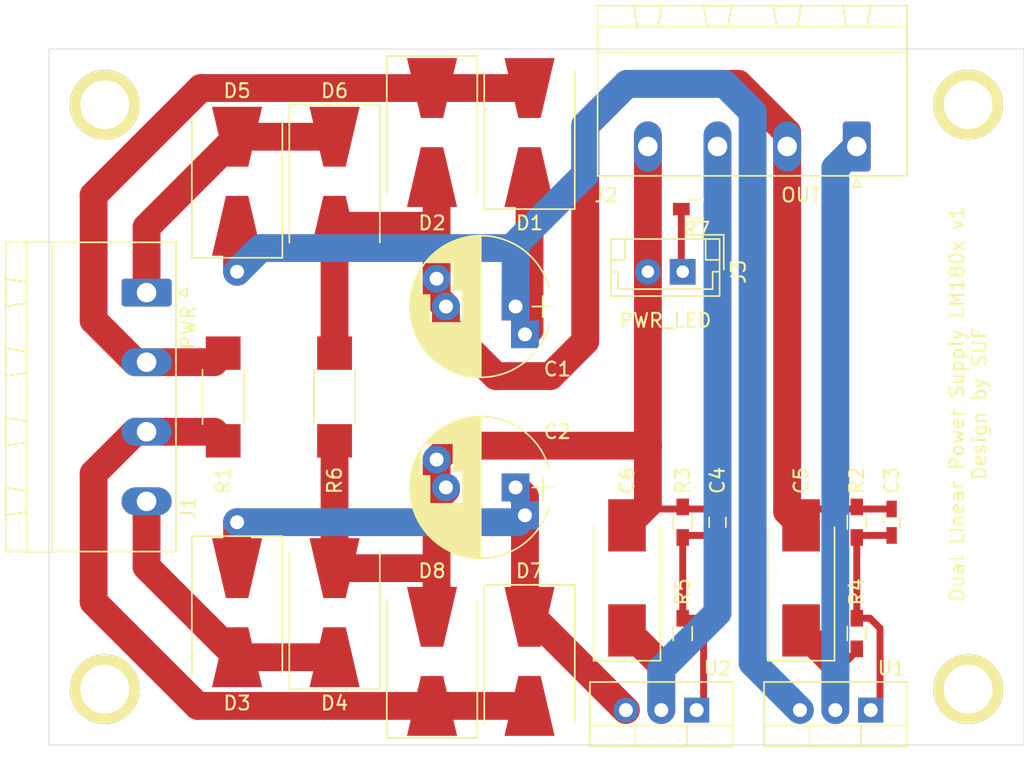
<source format=kicad_pcb>
(kicad_pcb (version 20171130) (host pcbnew "(5.1.2)-2")

  (general
    (thickness 1.6)
    (drawings 5)
    (tracks 125)
    (zones 0)
    (modules 30)
    (nets 14)
  )

  (page A4)
  (layers
    (0 F.Cu signal)
    (31 B.Cu signal)
    (32 B.Adhes user)
    (33 F.Adhes user)
    (34 B.Paste user)
    (35 F.Paste user)
    (36 B.SilkS user)
    (37 F.SilkS user)
    (38 B.Mask user)
    (39 F.Mask user)
    (40 Dwgs.User user)
    (41 Cmts.User user)
    (42 Eco1.User user)
    (43 Eco2.User user)
    (44 Edge.Cuts user)
    (45 Margin user)
    (46 B.CrtYd user)
    (47 F.CrtYd user)
    (48 B.Fab user)
    (49 F.Fab user)
  )

  (setup
    (last_trace_width 0.25)
    (user_trace_width 0.5)
    (user_trace_width 1)
    (user_trace_width 1.5)
    (user_trace_width 2)
    (user_trace_width 3)
    (user_trace_width 4)
    (user_trace_width 5)
    (trace_clearance 0.2)
    (zone_clearance 0.508)
    (zone_45_only no)
    (trace_min 0.2)
    (via_size 0.8)
    (via_drill 0.4)
    (via_min_size 0.4)
    (via_min_drill 0.3)
    (user_via 2 1)
    (uvia_size 0.3)
    (uvia_drill 0.1)
    (uvias_allowed no)
    (uvia_min_size 0.2)
    (uvia_min_drill 0.1)
    (edge_width 0.05)
    (segment_width 0.2)
    (pcb_text_width 0.3)
    (pcb_text_size 1.5 1.5)
    (mod_edge_width 0.12)
    (mod_text_size 1 1)
    (mod_text_width 0.15)
    (pad_size 1.524 1.524)
    (pad_drill 0.762)
    (pad_to_mask_clearance 0.051)
    (solder_mask_min_width 0.25)
    (aux_axis_origin 0 0)
    (visible_elements 7FFFFFFF)
    (pcbplotparams
      (layerselection 0x010f0_ffffffff)
      (usegerberextensions true)
      (usegerberattributes false)
      (usegerberadvancedattributes false)
      (creategerberjobfile false)
      (excludeedgelayer true)
      (linewidth 0.100000)
      (plotframeref false)
      (viasonmask false)
      (mode 1)
      (useauxorigin false)
      (hpglpennumber 1)
      (hpglpenspeed 20)
      (hpglpendiameter 15.000000)
      (psnegative false)
      (psa4output false)
      (plotreference true)
      (plotvalue true)
      (plotinvisibletext false)
      (padsonsilk false)
      (subtractmaskfromsilk false)
      (outputformat 1)
      (mirror false)
      (drillshape 0)
      (scaleselection 1)
      (outputdirectory "GERBER/"))
  )

  (net 0 "")
  (net 1 "Net-(C1-Pad1)")
  (net 2 GND)
  (net 3 GNDA)
  (net 4 "Net-(C2-Pad1)")
  (net 5 "Net-(C3-Pad1)")
  (net 6 "Net-(C4-Pad1)")
  (net 7 "Net-(C5-Pad1)")
  (net 8 "Net-(C6-Pad1)")
  (net 9 AC2)
  (net 10 AC4)
  (net 11 AC1)
  (net 12 AC3)
  (net 13 "Net-(J3-Pad1)")

  (net_class Default "This is the default net class."
    (clearance 0.2)
    (trace_width 0.25)
    (via_dia 0.8)
    (via_drill 0.4)
    (uvia_dia 0.3)
    (uvia_drill 0.1)
    (add_net AC1)
    (add_net AC2)
    (add_net AC3)
    (add_net AC4)
    (add_net GND)
    (add_net GNDA)
    (add_net "Net-(C1-Pad1)")
    (add_net "Net-(C2-Pad1)")
    (add_net "Net-(C3-Pad1)")
    (add_net "Net-(C4-Pad1)")
    (add_net "Net-(C5-Pad1)")
    (add_net "Net-(C6-Pad1)")
    (add_net "Net-(J3-Pad1)")
  )

  (module suf_mounting:MNT_HOLE_3.5S (layer F.Cu) (tedit 52D076A0) (tstamp 5E138CB0)
    (at 24 66)
    (fp_text reference MNT_HOLE_3.5S (at 0 -6.35) (layer F.SilkS) hide
      (effects (font (size 1.524 1.524) (thickness 0.3048)))
    )
    (fp_text value Val** (at 0 0) (layer F.SilkS) hide
      (effects (font (size 1.524 1.524) (thickness 0.3048)))
    )
    (pad "" thru_hole circle (at 0 0) (size 5 5) (drill 3.5) (layers *.Cu *.Mask F.SilkS))
  )

  (module suf_mounting:MNT_HOLE_3.5S (layer F.Cu) (tedit 52D076A0) (tstamp 5E138CA7)
    (at 86 66)
    (fp_text reference MNT_HOLE_3.5S (at 0 -6.35) (layer F.SilkS) hide
      (effects (font (size 1.524 1.524) (thickness 0.3048)))
    )
    (fp_text value Val** (at 0 0) (layer F.SilkS) hide
      (effects (font (size 1.524 1.524) (thickness 0.3048)))
    )
    (pad "" thru_hole circle (at 0 0) (size 5 5) (drill 3.5) (layers *.Cu *.Mask F.SilkS))
  )

  (module suf_mounting:MNT_HOLE_3.5S (layer F.Cu) (tedit 52D076A0) (tstamp 5E138C9E)
    (at 86 24)
    (fp_text reference MNT_HOLE_3.5S (at 0 -6.35) (layer F.SilkS) hide
      (effects (font (size 1.524 1.524) (thickness 0.3048)))
    )
    (fp_text value Val** (at 0 0) (layer F.SilkS) hide
      (effects (font (size 1.524 1.524) (thickness 0.3048)))
    )
    (pad "" thru_hole circle (at 0 0) (size 5 5) (drill 3.5) (layers *.Cu *.Mask F.SilkS))
  )

  (module suf_mounting:MNT_HOLE_3.5S (layer F.Cu) (tedit 52D076A0) (tstamp 5E138C95)
    (at 24 24)
    (fp_text reference MNT_HOLE_3.5S (at 0 -6.35) (layer F.SilkS) hide
      (effects (font (size 1.524 1.524) (thickness 0.3048)))
    )
    (fp_text value Val** (at 0 0) (layer F.SilkS) hide
      (effects (font (size 1.524 1.524) (thickness 0.3048)))
    )
    (pad "" thru_hole circle (at 0 0) (size 5 5) (drill 3.5) (layers *.Cu *.Mask F.SilkS))
  )

  (module Capacitors_ThroughHole:CP_Radial_D10.0mm_P5.00mm_P7.50mm (layer F.Cu) (tedit 597BC7C2) (tstamp 5E138112)
    (at 53.5 38.5 180)
    (descr "CP, Radial series, Radial, pin pitch=5.00mm 7.50mm, , diameter=10mm, Electrolytic Capacitor")
    (tags "CP Radial series Radial pin pitch 5.00mm 7.50mm  diameter 10mm Electrolytic Capacitor")
    (path /5E131DAC)
    (fp_text reference C1 (at -3 -4.5) (layer F.SilkS)
      (effects (font (size 1 1) (thickness 0.15)))
    )
    (fp_text value CP (at 2.5 6.31) (layer F.Fab)
      (effects (font (size 1 1) (thickness 0.15)))
    )
    (fp_arc (start 2.5 0) (end -2.399357 -1.38) (angle 148.5) (layer F.SilkS) (width 0.12))
    (fp_arc (start 2.5 0) (end -2.399357 1.38) (angle -148.5) (layer F.SilkS) (width 0.12))
    (fp_arc (start 2.5 0) (end 7.399357 -1.38) (angle 31.5) (layer F.SilkS) (width 0.12))
    (fp_circle (center 2.5 0) (end 7.5 0) (layer F.Fab) (width 0.1))
    (fp_line (start -2.7 0) (end -1.2 0) (layer F.Fab) (width 0.1))
    (fp_line (start -1.95 -0.75) (end -1.95 0.75) (layer F.Fab) (width 0.1))
    (fp_line (start 2.5 -5.05) (end 2.5 5.05) (layer F.SilkS) (width 0.12))
    (fp_line (start 2.54 -5.05) (end 2.54 5.05) (layer F.SilkS) (width 0.12))
    (fp_line (start 2.58 -5.05) (end 2.58 5.05) (layer F.SilkS) (width 0.12))
    (fp_line (start 2.62 -5.049) (end 2.62 5.049) (layer F.SilkS) (width 0.12))
    (fp_line (start 2.66 -5.048) (end 2.66 5.048) (layer F.SilkS) (width 0.12))
    (fp_line (start 2.7 -5.047) (end 2.7 5.047) (layer F.SilkS) (width 0.12))
    (fp_line (start 2.74 -5.045) (end 2.74 5.045) (layer F.SilkS) (width 0.12))
    (fp_line (start 2.78 -5.043) (end 2.78 5.043) (layer F.SilkS) (width 0.12))
    (fp_line (start 2.82 -5.04) (end 2.82 5.04) (layer F.SilkS) (width 0.12))
    (fp_line (start 2.86 -5.038) (end 2.86 5.038) (layer F.SilkS) (width 0.12))
    (fp_line (start 2.9 -5.035) (end 2.9 5.035) (layer F.SilkS) (width 0.12))
    (fp_line (start 2.94 -5.031) (end 2.94 5.031) (layer F.SilkS) (width 0.12))
    (fp_line (start 2.98 -5.028) (end 2.98 5.028) (layer F.SilkS) (width 0.12))
    (fp_line (start 3.02 -5.024) (end 3.02 5.024) (layer F.SilkS) (width 0.12))
    (fp_line (start 3.06 -5.02) (end 3.06 5.02) (layer F.SilkS) (width 0.12))
    (fp_line (start 3.1 -5.015) (end 3.1 5.015) (layer F.SilkS) (width 0.12))
    (fp_line (start 3.14 -5.01) (end 3.14 5.01) (layer F.SilkS) (width 0.12))
    (fp_line (start 3.18 -5.005) (end 3.18 5.005) (layer F.SilkS) (width 0.12))
    (fp_line (start 3.221 -4.999) (end 3.221 4.999) (layer F.SilkS) (width 0.12))
    (fp_line (start 3.261 -4.993) (end 3.261 4.993) (layer F.SilkS) (width 0.12))
    (fp_line (start 3.301 -4.987) (end 3.301 4.987) (layer F.SilkS) (width 0.12))
    (fp_line (start 3.341 -4.981) (end 3.341 4.981) (layer F.SilkS) (width 0.12))
    (fp_line (start 3.381 -4.974) (end 3.381 4.974) (layer F.SilkS) (width 0.12))
    (fp_line (start 3.421 -4.967) (end 3.421 4.967) (layer F.SilkS) (width 0.12))
    (fp_line (start 3.461 -4.959) (end 3.461 4.959) (layer F.SilkS) (width 0.12))
    (fp_line (start 3.501 -4.951) (end 3.501 4.951) (layer F.SilkS) (width 0.12))
    (fp_line (start 3.541 -4.943) (end 3.541 4.943) (layer F.SilkS) (width 0.12))
    (fp_line (start 3.581 -4.935) (end 3.581 4.935) (layer F.SilkS) (width 0.12))
    (fp_line (start 3.621 -4.926) (end 3.621 4.926) (layer F.SilkS) (width 0.12))
    (fp_line (start 3.661 -4.917) (end 3.661 4.917) (layer F.SilkS) (width 0.12))
    (fp_line (start 3.701 -4.907) (end 3.701 4.907) (layer F.SilkS) (width 0.12))
    (fp_line (start 3.741 -4.897) (end 3.741 4.897) (layer F.SilkS) (width 0.12))
    (fp_line (start 3.781 -4.887) (end 3.781 4.887) (layer F.SilkS) (width 0.12))
    (fp_line (start 3.821 -4.876) (end 3.821 -1.181) (layer F.SilkS) (width 0.12))
    (fp_line (start 3.821 1.181) (end 3.821 4.876) (layer F.SilkS) (width 0.12))
    (fp_line (start 3.861 -4.865) (end 3.861 -1.181) (layer F.SilkS) (width 0.12))
    (fp_line (start 3.861 1.181) (end 3.861 4.865) (layer F.SilkS) (width 0.12))
    (fp_line (start 3.901 -4.854) (end 3.901 -1.181) (layer F.SilkS) (width 0.12))
    (fp_line (start 3.901 1.181) (end 3.901 4.854) (layer F.SilkS) (width 0.12))
    (fp_line (start 3.941 -4.843) (end 3.941 -1.181) (layer F.SilkS) (width 0.12))
    (fp_line (start 3.941 1.181) (end 3.941 4.843) (layer F.SilkS) (width 0.12))
    (fp_line (start 3.981 -4.831) (end 3.981 -1.181) (layer F.SilkS) (width 0.12))
    (fp_line (start 3.981 1.181) (end 3.981 4.831) (layer F.SilkS) (width 0.12))
    (fp_line (start 4.021 -4.818) (end 4.021 -1.181) (layer F.SilkS) (width 0.12))
    (fp_line (start 4.021 1.181) (end 4.021 4.818) (layer F.SilkS) (width 0.12))
    (fp_line (start 4.061 -4.806) (end 4.061 -1.181) (layer F.SilkS) (width 0.12))
    (fp_line (start 4.061 1.181) (end 4.061 4.806) (layer F.SilkS) (width 0.12))
    (fp_line (start 4.101 -4.792) (end 4.101 -1.181) (layer F.SilkS) (width 0.12))
    (fp_line (start 4.101 1.181) (end 4.101 4.792) (layer F.SilkS) (width 0.12))
    (fp_line (start 4.141 -4.779) (end 4.141 -1.181) (layer F.SilkS) (width 0.12))
    (fp_line (start 4.141 1.181) (end 4.141 4.779) (layer F.SilkS) (width 0.12))
    (fp_line (start 4.181 -4.765) (end 4.181 -1.181) (layer F.SilkS) (width 0.12))
    (fp_line (start 4.181 1.181) (end 4.181 4.765) (layer F.SilkS) (width 0.12))
    (fp_line (start 4.221 -4.751) (end 4.221 -1.181) (layer F.SilkS) (width 0.12))
    (fp_line (start 4.221 1.181) (end 4.221 4.751) (layer F.SilkS) (width 0.12))
    (fp_line (start 4.261 -4.737) (end 4.261 -1.181) (layer F.SilkS) (width 0.12))
    (fp_line (start 4.261 1.181) (end 4.261 4.737) (layer F.SilkS) (width 0.12))
    (fp_line (start 4.301 -4.722) (end 4.301 -1.181) (layer F.SilkS) (width 0.12))
    (fp_line (start 4.301 1.181) (end 4.301 4.722) (layer F.SilkS) (width 0.12))
    (fp_line (start 4.341 -4.706) (end 4.341 -1.181) (layer F.SilkS) (width 0.12))
    (fp_line (start 4.341 1.181) (end 4.341 4.706) (layer F.SilkS) (width 0.12))
    (fp_line (start 4.381 -4.691) (end 4.381 -1.181) (layer F.SilkS) (width 0.12))
    (fp_line (start 4.381 1.181) (end 4.381 4.691) (layer F.SilkS) (width 0.12))
    (fp_line (start 4.421 -4.674) (end 4.421 -1.181) (layer F.SilkS) (width 0.12))
    (fp_line (start 4.421 1.181) (end 4.421 4.674) (layer F.SilkS) (width 0.12))
    (fp_line (start 4.461 -4.658) (end 4.461 -1.181) (layer F.SilkS) (width 0.12))
    (fp_line (start 4.461 1.181) (end 4.461 4.658) (layer F.SilkS) (width 0.12))
    (fp_line (start 4.501 -4.641) (end 4.501 -1.181) (layer F.SilkS) (width 0.12))
    (fp_line (start 4.501 3.18) (end 4.501 4.641) (layer F.SilkS) (width 0.12))
    (fp_line (start 4.541 -4.624) (end 4.541 -1.181) (layer F.SilkS) (width 0.12))
    (fp_line (start 4.541 3.18) (end 4.541 4.624) (layer F.SilkS) (width 0.12))
    (fp_line (start 4.581 -4.606) (end 4.581 -1.181) (layer F.SilkS) (width 0.12))
    (fp_line (start 4.581 3.18) (end 4.581 4.606) (layer F.SilkS) (width 0.12))
    (fp_line (start 4.621 -4.588) (end 4.621 -1.181) (layer F.SilkS) (width 0.12))
    (fp_line (start 4.621 3.18) (end 4.621 4.588) (layer F.SilkS) (width 0.12))
    (fp_line (start 4.661 -4.569) (end 4.661 -1.181) (layer F.SilkS) (width 0.12))
    (fp_line (start 4.661 3.18) (end 4.661 4.569) (layer F.SilkS) (width 0.12))
    (fp_line (start 4.701 -4.55) (end 4.701 -1.181) (layer F.SilkS) (width 0.12))
    (fp_line (start 4.701 3.18) (end 4.701 4.55) (layer F.SilkS) (width 0.12))
    (fp_line (start 4.741 -4.531) (end 4.741 -1.181) (layer F.SilkS) (width 0.12))
    (fp_line (start 4.741 3.18) (end 4.741 4.531) (layer F.SilkS) (width 0.12))
    (fp_line (start 4.781 -4.511) (end 4.781 -1.181) (layer F.SilkS) (width 0.12))
    (fp_line (start 4.781 3.18) (end 4.781 4.511) (layer F.SilkS) (width 0.12))
    (fp_line (start 4.821 -4.491) (end 4.821 -1.181) (layer F.SilkS) (width 0.12))
    (fp_line (start 4.821 3.18) (end 4.821 4.491) (layer F.SilkS) (width 0.12))
    (fp_line (start 4.861 -4.47) (end 4.861 -1.181) (layer F.SilkS) (width 0.12))
    (fp_line (start 4.861 3.18) (end 4.861 4.47) (layer F.SilkS) (width 0.12))
    (fp_line (start 4.901 -4.449) (end 4.901 -1.181) (layer F.SilkS) (width 0.12))
    (fp_line (start 4.901 3.18) (end 4.901 4.449) (layer F.SilkS) (width 0.12))
    (fp_line (start 4.941 -4.428) (end 4.941 -1.181) (layer F.SilkS) (width 0.12))
    (fp_line (start 4.941 3.18) (end 4.941 4.428) (layer F.SilkS) (width 0.12))
    (fp_line (start 4.981 -4.405) (end 4.981 -1.181) (layer F.SilkS) (width 0.12))
    (fp_line (start 4.981 3.18) (end 4.981 4.405) (layer F.SilkS) (width 0.12))
    (fp_line (start 5.021 -4.383) (end 5.021 -1.181) (layer F.SilkS) (width 0.12))
    (fp_line (start 5.021 3.18) (end 5.021 4.383) (layer F.SilkS) (width 0.12))
    (fp_line (start 5.061 -4.36) (end 5.061 -1.181) (layer F.SilkS) (width 0.12))
    (fp_line (start 5.061 3.18) (end 5.061 4.36) (layer F.SilkS) (width 0.12))
    (fp_line (start 5.101 -4.336) (end 5.101 -1.181) (layer F.SilkS) (width 0.12))
    (fp_line (start 5.101 3.18) (end 5.101 4.336) (layer F.SilkS) (width 0.12))
    (fp_line (start 5.141 -4.312) (end 5.141 -1.181) (layer F.SilkS) (width 0.12))
    (fp_line (start 5.141 3.18) (end 5.141 4.312) (layer F.SilkS) (width 0.12))
    (fp_line (start 5.181 -4.288) (end 5.181 -1.181) (layer F.SilkS) (width 0.12))
    (fp_line (start 5.181 3.18) (end 5.181 4.288) (layer F.SilkS) (width 0.12))
    (fp_line (start 5.221 -4.263) (end 5.221 -1.181) (layer F.SilkS) (width 0.12))
    (fp_line (start 5.221 3.18) (end 5.221 4.263) (layer F.SilkS) (width 0.12))
    (fp_line (start 5.261 -4.237) (end 5.261 -1.181) (layer F.SilkS) (width 0.12))
    (fp_line (start 5.261 3.18) (end 5.261 4.237) (layer F.SilkS) (width 0.12))
    (fp_line (start 5.301 -4.211) (end 5.301 -1.181) (layer F.SilkS) (width 0.12))
    (fp_line (start 5.301 3.18) (end 5.301 4.211) (layer F.SilkS) (width 0.12))
    (fp_line (start 5.341 -4.185) (end 5.341 -1.181) (layer F.SilkS) (width 0.12))
    (fp_line (start 5.341 3.18) (end 5.341 4.185) (layer F.SilkS) (width 0.12))
    (fp_line (start 5.381 -4.157) (end 5.381 -1.181) (layer F.SilkS) (width 0.12))
    (fp_line (start 5.381 3.18) (end 5.381 4.157) (layer F.SilkS) (width 0.12))
    (fp_line (start 5.421 -4.13) (end 5.421 -1.181) (layer F.SilkS) (width 0.12))
    (fp_line (start 5.421 3.18) (end 5.421 4.13) (layer F.SilkS) (width 0.12))
    (fp_line (start 5.461 -4.101) (end 5.461 -1.181) (layer F.SilkS) (width 0.12))
    (fp_line (start 5.461 3.18) (end 5.461 4.101) (layer F.SilkS) (width 0.12))
    (fp_line (start 5.501 -4.072) (end 5.501 -1.181) (layer F.SilkS) (width 0.12))
    (fp_line (start 5.501 3.18) (end 5.501 4.072) (layer F.SilkS) (width 0.12))
    (fp_line (start 5.541 -4.043) (end 5.541 -1.181) (layer F.SilkS) (width 0.12))
    (fp_line (start 5.541 3.18) (end 5.541 4.043) (layer F.SilkS) (width 0.12))
    (fp_line (start 5.581 -4.013) (end 5.581 -1.181) (layer F.SilkS) (width 0.12))
    (fp_line (start 5.581 3.18) (end 5.581 4.013) (layer F.SilkS) (width 0.12))
    (fp_line (start 5.621 -3.982) (end 5.621 -1.181) (layer F.SilkS) (width 0.12))
    (fp_line (start 5.621 3.18) (end 5.621 3.982) (layer F.SilkS) (width 0.12))
    (fp_line (start 5.661 -3.951) (end 5.661 -1.181) (layer F.SilkS) (width 0.12))
    (fp_line (start 5.661 3.18) (end 5.661 3.951) (layer F.SilkS) (width 0.12))
    (fp_line (start 5.701 -3.919) (end 5.701 -1.181) (layer F.SilkS) (width 0.12))
    (fp_line (start 5.701 3.18) (end 5.701 3.919) (layer F.SilkS) (width 0.12))
    (fp_line (start 5.741 -3.886) (end 5.741 -1.181) (layer F.SilkS) (width 0.12))
    (fp_line (start 5.741 3.18) (end 5.741 3.886) (layer F.SilkS) (width 0.12))
    (fp_line (start 5.781 -3.853) (end 5.781 -1.181) (layer F.SilkS) (width 0.12))
    (fp_line (start 5.781 3.18) (end 5.781 3.853) (layer F.SilkS) (width 0.12))
    (fp_line (start 5.821 -3.819) (end 5.821 -1.181) (layer F.SilkS) (width 0.12))
    (fp_line (start 5.821 3.18) (end 5.821 3.819) (layer F.SilkS) (width 0.12))
    (fp_line (start 5.861 -3.784) (end 5.861 -1.181) (layer F.SilkS) (width 0.12))
    (fp_line (start 5.861 3.18) (end 5.861 3.784) (layer F.SilkS) (width 0.12))
    (fp_line (start 5.901 -3.748) (end 5.901 -1.181) (layer F.SilkS) (width 0.12))
    (fp_line (start 5.901 3.18) (end 5.901 3.748) (layer F.SilkS) (width 0.12))
    (fp_line (start 5.941 -3.712) (end 5.941 -1.181) (layer F.SilkS) (width 0.12))
    (fp_line (start 5.941 3.18) (end 5.941 3.712) (layer F.SilkS) (width 0.12))
    (fp_line (start 5.981 -3.675) (end 5.981 -1.181) (layer F.SilkS) (width 0.12))
    (fp_line (start 5.981 3.18) (end 5.981 3.675) (layer F.SilkS) (width 0.12))
    (fp_line (start 6.021 -3.637) (end 6.021 -1.181) (layer F.SilkS) (width 0.12))
    (fp_line (start 6.021 3.18) (end 6.021 3.637) (layer F.SilkS) (width 0.12))
    (fp_line (start 6.061 -3.598) (end 6.061 -1.181) (layer F.SilkS) (width 0.12))
    (fp_line (start 6.061 3.18) (end 6.061 3.598) (layer F.SilkS) (width 0.12))
    (fp_line (start 6.101 -3.559) (end 6.101 -1.181) (layer F.SilkS) (width 0.12))
    (fp_line (start 6.101 3.18) (end 6.101 3.559) (layer F.SilkS) (width 0.12))
    (fp_line (start 6.141 -3.518) (end 6.141 -1.181) (layer F.SilkS) (width 0.12))
    (fp_line (start 6.141 3.18) (end 6.141 3.518) (layer F.SilkS) (width 0.12))
    (fp_line (start 6.181 -3.477) (end 6.181 0.82) (layer F.SilkS) (width 0.12))
    (fp_line (start 6.181 3.18) (end 6.181 3.477) (layer F.SilkS) (width 0.12))
    (fp_line (start 6.221 -3.435) (end 6.221 0.82) (layer F.SilkS) (width 0.12))
    (fp_line (start 6.221 3.18) (end 6.221 3.435) (layer F.SilkS) (width 0.12))
    (fp_line (start 6.261 -3.391) (end 6.261 0.82) (layer F.SilkS) (width 0.12))
    (fp_line (start 6.261 3.18) (end 6.261 3.391) (layer F.SilkS) (width 0.12))
    (fp_line (start 6.301 -3.347) (end 6.301 0.82) (layer F.SilkS) (width 0.12))
    (fp_line (start 6.301 3.18) (end 6.301 3.347) (layer F.SilkS) (width 0.12))
    (fp_line (start 6.341 -3.302) (end 6.341 0.82) (layer F.SilkS) (width 0.12))
    (fp_line (start 6.341 3.18) (end 6.341 3.302) (layer F.SilkS) (width 0.12))
    (fp_line (start 6.381 -3.255) (end 6.381 0.82) (layer F.SilkS) (width 0.12))
    (fp_line (start 6.381 3.18) (end 6.381 3.255) (layer F.SilkS) (width 0.12))
    (fp_line (start 6.421 -3.207) (end 6.421 0.82) (layer F.SilkS) (width 0.12))
    (fp_line (start 6.421 3.18) (end 6.421 3.207) (layer F.SilkS) (width 0.12))
    (fp_line (start 6.461 -3.158) (end 6.461 0.82) (layer F.SilkS) (width 0.12))
    (fp_line (start 6.501 -3.108) (end 6.501 0.82) (layer F.SilkS) (width 0.12))
    (fp_line (start 6.541 -3.057) (end 6.541 0.82) (layer F.SilkS) (width 0.12))
    (fp_line (start 6.581 -3.004) (end 6.581 0.82) (layer F.SilkS) (width 0.12))
    (fp_line (start 6.621 -2.949) (end 6.621 0.82) (layer F.SilkS) (width 0.12))
    (fp_line (start 6.661 -2.894) (end 6.661 0.82) (layer F.SilkS) (width 0.12))
    (fp_line (start 6.701 -2.836) (end 6.701 0.82) (layer F.SilkS) (width 0.12))
    (fp_line (start 6.741 -2.777) (end 6.741 0.82) (layer F.SilkS) (width 0.12))
    (fp_line (start 6.781 -2.715) (end 6.781 0.82) (layer F.SilkS) (width 0.12))
    (fp_line (start 6.821 -2.652) (end 6.821 0.82) (layer F.SilkS) (width 0.12))
    (fp_line (start 6.861 -2.587) (end 6.861 2.587) (layer F.SilkS) (width 0.12))
    (fp_line (start 6.901 -2.519) (end 6.901 2.519) (layer F.SilkS) (width 0.12))
    (fp_line (start 6.941 -2.449) (end 6.941 2.449) (layer F.SilkS) (width 0.12))
    (fp_line (start 6.981 -2.377) (end 6.981 2.377) (layer F.SilkS) (width 0.12))
    (fp_line (start 7.021 -2.301) (end 7.021 2.301) (layer F.SilkS) (width 0.12))
    (fp_line (start 7.061 -2.222) (end 7.061 2.222) (layer F.SilkS) (width 0.12))
    (fp_line (start 7.101 -2.14) (end 7.101 2.14) (layer F.SilkS) (width 0.12))
    (fp_line (start 7.141 -2.053) (end 7.141 2.053) (layer F.SilkS) (width 0.12))
    (fp_line (start 7.181 -1.962) (end 7.181 1.962) (layer F.SilkS) (width 0.12))
    (fp_line (start 7.221 -1.866) (end 7.221 1.866) (layer F.SilkS) (width 0.12))
    (fp_line (start 7.261 -1.763) (end 7.261 1.763) (layer F.SilkS) (width 0.12))
    (fp_line (start 7.301 -1.654) (end 7.301 1.654) (layer F.SilkS) (width 0.12))
    (fp_line (start 7.341 -1.536) (end 7.341 1.536) (layer F.SilkS) (width 0.12))
    (fp_line (start 7.381 -1.407) (end 7.381 1.407) (layer F.SilkS) (width 0.12))
    (fp_line (start 7.421 -1.265) (end 7.421 1.265) (layer F.SilkS) (width 0.12))
    (fp_line (start 7.461 -1.104) (end 7.461 1.104) (layer F.SilkS) (width 0.12))
    (fp_line (start 7.501 -0.913) (end 7.501 0.913) (layer F.SilkS) (width 0.12))
    (fp_line (start 7.541 -0.672) (end 7.541 0.672) (layer F.SilkS) (width 0.12))
    (fp_line (start 7.581 -0.279) (end 7.581 0.279) (layer F.SilkS) (width 0.12))
    (fp_line (start -2.7 0) (end -1.2 0) (layer F.SilkS) (width 0.12))
    (fp_line (start -1.95 -0.75) (end -1.95 0.75) (layer F.SilkS) (width 0.12))
    (fp_line (start -2.85 -5.35) (end -2.85 5.35) (layer F.CrtYd) (width 0.05))
    (fp_line (start -2.85 5.35) (end 7.85 5.35) (layer F.CrtYd) (width 0.05))
    (fp_line (start 7.85 5.35) (end 7.85 -5.35) (layer F.CrtYd) (width 0.05))
    (fp_line (start 7.85 -5.35) (end -2.85 -5.35) (layer F.CrtYd) (width 0.05))
    (fp_text user %R (at 2.5 0) (layer F.Fab)
      (effects (font (size 1 1) (thickness 0.15)))
    )
    (pad 1 thru_hole rect (at 0 0 180) (size 2 2) (drill 1) (layers *.Cu *.Mask)
      (net 1 "Net-(C1-Pad1)"))
    (pad 2 thru_hole circle (at 5 0 180) (size 2 2) (drill 1) (layers *.Cu *.Mask)
      (net 2 GND))
    (pad 1 thru_hole rect (at -0.672144 -2 180) (size 2 2) (drill 1) (layers *.Cu *.Mask)
      (net 1 "Net-(C1-Pad1)"))
    (pad 2 thru_hole circle (at 5.672144 2 180) (size 2 2) (drill 1) (layers *.Cu *.Mask)
      (net 2 GND))
    (model ${KISYS3DMOD}/Capacitors_THT.3dshapes/CP_Radial_D10.0mm_P5.00mm_P7.50mm.wrl
      (at (xyz 0 0 0))
      (scale (xyz 0.3937 0.3937 0.3937))
      (rotate (xyz 0 0 0))
    )
  )

  (module Capacitors_ThroughHole:CP_Radial_D10.0mm_P5.00mm_P7.50mm (layer F.Cu) (tedit 597BC7C2) (tstamp 5E1381E9)
    (at 53.5 51.5 180)
    (descr "CP, Radial series, Radial, pin pitch=5.00mm 7.50mm, , diameter=10mm, Electrolytic Capacitor")
    (tags "CP Radial series Radial pin pitch 5.00mm 7.50mm  diameter 10mm Electrolytic Capacitor")
    (path /5E14C50E)
    (fp_text reference C2 (at -3 4) (layer F.SilkS)
      (effects (font (size 1 1) (thickness 0.15)))
    )
    (fp_text value CP (at 2.5 6.31) (layer F.Fab)
      (effects (font (size 1 1) (thickness 0.15)))
    )
    (fp_text user %R (at 2.5 0) (layer F.Fab)
      (effects (font (size 1 1) (thickness 0.15)))
    )
    (fp_line (start 7.85 -5.35) (end -2.85 -5.35) (layer F.CrtYd) (width 0.05))
    (fp_line (start 7.85 5.35) (end 7.85 -5.35) (layer F.CrtYd) (width 0.05))
    (fp_line (start -2.85 5.35) (end 7.85 5.35) (layer F.CrtYd) (width 0.05))
    (fp_line (start -2.85 -5.35) (end -2.85 5.35) (layer F.CrtYd) (width 0.05))
    (fp_line (start -1.95 -0.75) (end -1.95 0.75) (layer F.SilkS) (width 0.12))
    (fp_line (start -2.7 0) (end -1.2 0) (layer F.SilkS) (width 0.12))
    (fp_line (start 7.581 -0.279) (end 7.581 0.279) (layer F.SilkS) (width 0.12))
    (fp_line (start 7.541 -0.672) (end 7.541 0.672) (layer F.SilkS) (width 0.12))
    (fp_line (start 7.501 -0.913) (end 7.501 0.913) (layer F.SilkS) (width 0.12))
    (fp_line (start 7.461 -1.104) (end 7.461 1.104) (layer F.SilkS) (width 0.12))
    (fp_line (start 7.421 -1.265) (end 7.421 1.265) (layer F.SilkS) (width 0.12))
    (fp_line (start 7.381 -1.407) (end 7.381 1.407) (layer F.SilkS) (width 0.12))
    (fp_line (start 7.341 -1.536) (end 7.341 1.536) (layer F.SilkS) (width 0.12))
    (fp_line (start 7.301 -1.654) (end 7.301 1.654) (layer F.SilkS) (width 0.12))
    (fp_line (start 7.261 -1.763) (end 7.261 1.763) (layer F.SilkS) (width 0.12))
    (fp_line (start 7.221 -1.866) (end 7.221 1.866) (layer F.SilkS) (width 0.12))
    (fp_line (start 7.181 -1.962) (end 7.181 1.962) (layer F.SilkS) (width 0.12))
    (fp_line (start 7.141 -2.053) (end 7.141 2.053) (layer F.SilkS) (width 0.12))
    (fp_line (start 7.101 -2.14) (end 7.101 2.14) (layer F.SilkS) (width 0.12))
    (fp_line (start 7.061 -2.222) (end 7.061 2.222) (layer F.SilkS) (width 0.12))
    (fp_line (start 7.021 -2.301) (end 7.021 2.301) (layer F.SilkS) (width 0.12))
    (fp_line (start 6.981 -2.377) (end 6.981 2.377) (layer F.SilkS) (width 0.12))
    (fp_line (start 6.941 -2.449) (end 6.941 2.449) (layer F.SilkS) (width 0.12))
    (fp_line (start 6.901 -2.519) (end 6.901 2.519) (layer F.SilkS) (width 0.12))
    (fp_line (start 6.861 -2.587) (end 6.861 2.587) (layer F.SilkS) (width 0.12))
    (fp_line (start 6.821 -2.652) (end 6.821 0.82) (layer F.SilkS) (width 0.12))
    (fp_line (start 6.781 -2.715) (end 6.781 0.82) (layer F.SilkS) (width 0.12))
    (fp_line (start 6.741 -2.777) (end 6.741 0.82) (layer F.SilkS) (width 0.12))
    (fp_line (start 6.701 -2.836) (end 6.701 0.82) (layer F.SilkS) (width 0.12))
    (fp_line (start 6.661 -2.894) (end 6.661 0.82) (layer F.SilkS) (width 0.12))
    (fp_line (start 6.621 -2.949) (end 6.621 0.82) (layer F.SilkS) (width 0.12))
    (fp_line (start 6.581 -3.004) (end 6.581 0.82) (layer F.SilkS) (width 0.12))
    (fp_line (start 6.541 -3.057) (end 6.541 0.82) (layer F.SilkS) (width 0.12))
    (fp_line (start 6.501 -3.108) (end 6.501 0.82) (layer F.SilkS) (width 0.12))
    (fp_line (start 6.461 -3.158) (end 6.461 0.82) (layer F.SilkS) (width 0.12))
    (fp_line (start 6.421 3.18) (end 6.421 3.207) (layer F.SilkS) (width 0.12))
    (fp_line (start 6.421 -3.207) (end 6.421 0.82) (layer F.SilkS) (width 0.12))
    (fp_line (start 6.381 3.18) (end 6.381 3.255) (layer F.SilkS) (width 0.12))
    (fp_line (start 6.381 -3.255) (end 6.381 0.82) (layer F.SilkS) (width 0.12))
    (fp_line (start 6.341 3.18) (end 6.341 3.302) (layer F.SilkS) (width 0.12))
    (fp_line (start 6.341 -3.302) (end 6.341 0.82) (layer F.SilkS) (width 0.12))
    (fp_line (start 6.301 3.18) (end 6.301 3.347) (layer F.SilkS) (width 0.12))
    (fp_line (start 6.301 -3.347) (end 6.301 0.82) (layer F.SilkS) (width 0.12))
    (fp_line (start 6.261 3.18) (end 6.261 3.391) (layer F.SilkS) (width 0.12))
    (fp_line (start 6.261 -3.391) (end 6.261 0.82) (layer F.SilkS) (width 0.12))
    (fp_line (start 6.221 3.18) (end 6.221 3.435) (layer F.SilkS) (width 0.12))
    (fp_line (start 6.221 -3.435) (end 6.221 0.82) (layer F.SilkS) (width 0.12))
    (fp_line (start 6.181 3.18) (end 6.181 3.477) (layer F.SilkS) (width 0.12))
    (fp_line (start 6.181 -3.477) (end 6.181 0.82) (layer F.SilkS) (width 0.12))
    (fp_line (start 6.141 3.18) (end 6.141 3.518) (layer F.SilkS) (width 0.12))
    (fp_line (start 6.141 -3.518) (end 6.141 -1.181) (layer F.SilkS) (width 0.12))
    (fp_line (start 6.101 3.18) (end 6.101 3.559) (layer F.SilkS) (width 0.12))
    (fp_line (start 6.101 -3.559) (end 6.101 -1.181) (layer F.SilkS) (width 0.12))
    (fp_line (start 6.061 3.18) (end 6.061 3.598) (layer F.SilkS) (width 0.12))
    (fp_line (start 6.061 -3.598) (end 6.061 -1.181) (layer F.SilkS) (width 0.12))
    (fp_line (start 6.021 3.18) (end 6.021 3.637) (layer F.SilkS) (width 0.12))
    (fp_line (start 6.021 -3.637) (end 6.021 -1.181) (layer F.SilkS) (width 0.12))
    (fp_line (start 5.981 3.18) (end 5.981 3.675) (layer F.SilkS) (width 0.12))
    (fp_line (start 5.981 -3.675) (end 5.981 -1.181) (layer F.SilkS) (width 0.12))
    (fp_line (start 5.941 3.18) (end 5.941 3.712) (layer F.SilkS) (width 0.12))
    (fp_line (start 5.941 -3.712) (end 5.941 -1.181) (layer F.SilkS) (width 0.12))
    (fp_line (start 5.901 3.18) (end 5.901 3.748) (layer F.SilkS) (width 0.12))
    (fp_line (start 5.901 -3.748) (end 5.901 -1.181) (layer F.SilkS) (width 0.12))
    (fp_line (start 5.861 3.18) (end 5.861 3.784) (layer F.SilkS) (width 0.12))
    (fp_line (start 5.861 -3.784) (end 5.861 -1.181) (layer F.SilkS) (width 0.12))
    (fp_line (start 5.821 3.18) (end 5.821 3.819) (layer F.SilkS) (width 0.12))
    (fp_line (start 5.821 -3.819) (end 5.821 -1.181) (layer F.SilkS) (width 0.12))
    (fp_line (start 5.781 3.18) (end 5.781 3.853) (layer F.SilkS) (width 0.12))
    (fp_line (start 5.781 -3.853) (end 5.781 -1.181) (layer F.SilkS) (width 0.12))
    (fp_line (start 5.741 3.18) (end 5.741 3.886) (layer F.SilkS) (width 0.12))
    (fp_line (start 5.741 -3.886) (end 5.741 -1.181) (layer F.SilkS) (width 0.12))
    (fp_line (start 5.701 3.18) (end 5.701 3.919) (layer F.SilkS) (width 0.12))
    (fp_line (start 5.701 -3.919) (end 5.701 -1.181) (layer F.SilkS) (width 0.12))
    (fp_line (start 5.661 3.18) (end 5.661 3.951) (layer F.SilkS) (width 0.12))
    (fp_line (start 5.661 -3.951) (end 5.661 -1.181) (layer F.SilkS) (width 0.12))
    (fp_line (start 5.621 3.18) (end 5.621 3.982) (layer F.SilkS) (width 0.12))
    (fp_line (start 5.621 -3.982) (end 5.621 -1.181) (layer F.SilkS) (width 0.12))
    (fp_line (start 5.581 3.18) (end 5.581 4.013) (layer F.SilkS) (width 0.12))
    (fp_line (start 5.581 -4.013) (end 5.581 -1.181) (layer F.SilkS) (width 0.12))
    (fp_line (start 5.541 3.18) (end 5.541 4.043) (layer F.SilkS) (width 0.12))
    (fp_line (start 5.541 -4.043) (end 5.541 -1.181) (layer F.SilkS) (width 0.12))
    (fp_line (start 5.501 3.18) (end 5.501 4.072) (layer F.SilkS) (width 0.12))
    (fp_line (start 5.501 -4.072) (end 5.501 -1.181) (layer F.SilkS) (width 0.12))
    (fp_line (start 5.461 3.18) (end 5.461 4.101) (layer F.SilkS) (width 0.12))
    (fp_line (start 5.461 -4.101) (end 5.461 -1.181) (layer F.SilkS) (width 0.12))
    (fp_line (start 5.421 3.18) (end 5.421 4.13) (layer F.SilkS) (width 0.12))
    (fp_line (start 5.421 -4.13) (end 5.421 -1.181) (layer F.SilkS) (width 0.12))
    (fp_line (start 5.381 3.18) (end 5.381 4.157) (layer F.SilkS) (width 0.12))
    (fp_line (start 5.381 -4.157) (end 5.381 -1.181) (layer F.SilkS) (width 0.12))
    (fp_line (start 5.341 3.18) (end 5.341 4.185) (layer F.SilkS) (width 0.12))
    (fp_line (start 5.341 -4.185) (end 5.341 -1.181) (layer F.SilkS) (width 0.12))
    (fp_line (start 5.301 3.18) (end 5.301 4.211) (layer F.SilkS) (width 0.12))
    (fp_line (start 5.301 -4.211) (end 5.301 -1.181) (layer F.SilkS) (width 0.12))
    (fp_line (start 5.261 3.18) (end 5.261 4.237) (layer F.SilkS) (width 0.12))
    (fp_line (start 5.261 -4.237) (end 5.261 -1.181) (layer F.SilkS) (width 0.12))
    (fp_line (start 5.221 3.18) (end 5.221 4.263) (layer F.SilkS) (width 0.12))
    (fp_line (start 5.221 -4.263) (end 5.221 -1.181) (layer F.SilkS) (width 0.12))
    (fp_line (start 5.181 3.18) (end 5.181 4.288) (layer F.SilkS) (width 0.12))
    (fp_line (start 5.181 -4.288) (end 5.181 -1.181) (layer F.SilkS) (width 0.12))
    (fp_line (start 5.141 3.18) (end 5.141 4.312) (layer F.SilkS) (width 0.12))
    (fp_line (start 5.141 -4.312) (end 5.141 -1.181) (layer F.SilkS) (width 0.12))
    (fp_line (start 5.101 3.18) (end 5.101 4.336) (layer F.SilkS) (width 0.12))
    (fp_line (start 5.101 -4.336) (end 5.101 -1.181) (layer F.SilkS) (width 0.12))
    (fp_line (start 5.061 3.18) (end 5.061 4.36) (layer F.SilkS) (width 0.12))
    (fp_line (start 5.061 -4.36) (end 5.061 -1.181) (layer F.SilkS) (width 0.12))
    (fp_line (start 5.021 3.18) (end 5.021 4.383) (layer F.SilkS) (width 0.12))
    (fp_line (start 5.021 -4.383) (end 5.021 -1.181) (layer F.SilkS) (width 0.12))
    (fp_line (start 4.981 3.18) (end 4.981 4.405) (layer F.SilkS) (width 0.12))
    (fp_line (start 4.981 -4.405) (end 4.981 -1.181) (layer F.SilkS) (width 0.12))
    (fp_line (start 4.941 3.18) (end 4.941 4.428) (layer F.SilkS) (width 0.12))
    (fp_line (start 4.941 -4.428) (end 4.941 -1.181) (layer F.SilkS) (width 0.12))
    (fp_line (start 4.901 3.18) (end 4.901 4.449) (layer F.SilkS) (width 0.12))
    (fp_line (start 4.901 -4.449) (end 4.901 -1.181) (layer F.SilkS) (width 0.12))
    (fp_line (start 4.861 3.18) (end 4.861 4.47) (layer F.SilkS) (width 0.12))
    (fp_line (start 4.861 -4.47) (end 4.861 -1.181) (layer F.SilkS) (width 0.12))
    (fp_line (start 4.821 3.18) (end 4.821 4.491) (layer F.SilkS) (width 0.12))
    (fp_line (start 4.821 -4.491) (end 4.821 -1.181) (layer F.SilkS) (width 0.12))
    (fp_line (start 4.781 3.18) (end 4.781 4.511) (layer F.SilkS) (width 0.12))
    (fp_line (start 4.781 -4.511) (end 4.781 -1.181) (layer F.SilkS) (width 0.12))
    (fp_line (start 4.741 3.18) (end 4.741 4.531) (layer F.SilkS) (width 0.12))
    (fp_line (start 4.741 -4.531) (end 4.741 -1.181) (layer F.SilkS) (width 0.12))
    (fp_line (start 4.701 3.18) (end 4.701 4.55) (layer F.SilkS) (width 0.12))
    (fp_line (start 4.701 -4.55) (end 4.701 -1.181) (layer F.SilkS) (width 0.12))
    (fp_line (start 4.661 3.18) (end 4.661 4.569) (layer F.SilkS) (width 0.12))
    (fp_line (start 4.661 -4.569) (end 4.661 -1.181) (layer F.SilkS) (width 0.12))
    (fp_line (start 4.621 3.18) (end 4.621 4.588) (layer F.SilkS) (width 0.12))
    (fp_line (start 4.621 -4.588) (end 4.621 -1.181) (layer F.SilkS) (width 0.12))
    (fp_line (start 4.581 3.18) (end 4.581 4.606) (layer F.SilkS) (width 0.12))
    (fp_line (start 4.581 -4.606) (end 4.581 -1.181) (layer F.SilkS) (width 0.12))
    (fp_line (start 4.541 3.18) (end 4.541 4.624) (layer F.SilkS) (width 0.12))
    (fp_line (start 4.541 -4.624) (end 4.541 -1.181) (layer F.SilkS) (width 0.12))
    (fp_line (start 4.501 3.18) (end 4.501 4.641) (layer F.SilkS) (width 0.12))
    (fp_line (start 4.501 -4.641) (end 4.501 -1.181) (layer F.SilkS) (width 0.12))
    (fp_line (start 4.461 1.181) (end 4.461 4.658) (layer F.SilkS) (width 0.12))
    (fp_line (start 4.461 -4.658) (end 4.461 -1.181) (layer F.SilkS) (width 0.12))
    (fp_line (start 4.421 1.181) (end 4.421 4.674) (layer F.SilkS) (width 0.12))
    (fp_line (start 4.421 -4.674) (end 4.421 -1.181) (layer F.SilkS) (width 0.12))
    (fp_line (start 4.381 1.181) (end 4.381 4.691) (layer F.SilkS) (width 0.12))
    (fp_line (start 4.381 -4.691) (end 4.381 -1.181) (layer F.SilkS) (width 0.12))
    (fp_line (start 4.341 1.181) (end 4.341 4.706) (layer F.SilkS) (width 0.12))
    (fp_line (start 4.341 -4.706) (end 4.341 -1.181) (layer F.SilkS) (width 0.12))
    (fp_line (start 4.301 1.181) (end 4.301 4.722) (layer F.SilkS) (width 0.12))
    (fp_line (start 4.301 -4.722) (end 4.301 -1.181) (layer F.SilkS) (width 0.12))
    (fp_line (start 4.261 1.181) (end 4.261 4.737) (layer F.SilkS) (width 0.12))
    (fp_line (start 4.261 -4.737) (end 4.261 -1.181) (layer F.SilkS) (width 0.12))
    (fp_line (start 4.221 1.181) (end 4.221 4.751) (layer F.SilkS) (width 0.12))
    (fp_line (start 4.221 -4.751) (end 4.221 -1.181) (layer F.SilkS) (width 0.12))
    (fp_line (start 4.181 1.181) (end 4.181 4.765) (layer F.SilkS) (width 0.12))
    (fp_line (start 4.181 -4.765) (end 4.181 -1.181) (layer F.SilkS) (width 0.12))
    (fp_line (start 4.141 1.181) (end 4.141 4.779) (layer F.SilkS) (width 0.12))
    (fp_line (start 4.141 -4.779) (end 4.141 -1.181) (layer F.SilkS) (width 0.12))
    (fp_line (start 4.101 1.181) (end 4.101 4.792) (layer F.SilkS) (width 0.12))
    (fp_line (start 4.101 -4.792) (end 4.101 -1.181) (layer F.SilkS) (width 0.12))
    (fp_line (start 4.061 1.181) (end 4.061 4.806) (layer F.SilkS) (width 0.12))
    (fp_line (start 4.061 -4.806) (end 4.061 -1.181) (layer F.SilkS) (width 0.12))
    (fp_line (start 4.021 1.181) (end 4.021 4.818) (layer F.SilkS) (width 0.12))
    (fp_line (start 4.021 -4.818) (end 4.021 -1.181) (layer F.SilkS) (width 0.12))
    (fp_line (start 3.981 1.181) (end 3.981 4.831) (layer F.SilkS) (width 0.12))
    (fp_line (start 3.981 -4.831) (end 3.981 -1.181) (layer F.SilkS) (width 0.12))
    (fp_line (start 3.941 1.181) (end 3.941 4.843) (layer F.SilkS) (width 0.12))
    (fp_line (start 3.941 -4.843) (end 3.941 -1.181) (layer F.SilkS) (width 0.12))
    (fp_line (start 3.901 1.181) (end 3.901 4.854) (layer F.SilkS) (width 0.12))
    (fp_line (start 3.901 -4.854) (end 3.901 -1.181) (layer F.SilkS) (width 0.12))
    (fp_line (start 3.861 1.181) (end 3.861 4.865) (layer F.SilkS) (width 0.12))
    (fp_line (start 3.861 -4.865) (end 3.861 -1.181) (layer F.SilkS) (width 0.12))
    (fp_line (start 3.821 1.181) (end 3.821 4.876) (layer F.SilkS) (width 0.12))
    (fp_line (start 3.821 -4.876) (end 3.821 -1.181) (layer F.SilkS) (width 0.12))
    (fp_line (start 3.781 -4.887) (end 3.781 4.887) (layer F.SilkS) (width 0.12))
    (fp_line (start 3.741 -4.897) (end 3.741 4.897) (layer F.SilkS) (width 0.12))
    (fp_line (start 3.701 -4.907) (end 3.701 4.907) (layer F.SilkS) (width 0.12))
    (fp_line (start 3.661 -4.917) (end 3.661 4.917) (layer F.SilkS) (width 0.12))
    (fp_line (start 3.621 -4.926) (end 3.621 4.926) (layer F.SilkS) (width 0.12))
    (fp_line (start 3.581 -4.935) (end 3.581 4.935) (layer F.SilkS) (width 0.12))
    (fp_line (start 3.541 -4.943) (end 3.541 4.943) (layer F.SilkS) (width 0.12))
    (fp_line (start 3.501 -4.951) (end 3.501 4.951) (layer F.SilkS) (width 0.12))
    (fp_line (start 3.461 -4.959) (end 3.461 4.959) (layer F.SilkS) (width 0.12))
    (fp_line (start 3.421 -4.967) (end 3.421 4.967) (layer F.SilkS) (width 0.12))
    (fp_line (start 3.381 -4.974) (end 3.381 4.974) (layer F.SilkS) (width 0.12))
    (fp_line (start 3.341 -4.981) (end 3.341 4.981) (layer F.SilkS) (width 0.12))
    (fp_line (start 3.301 -4.987) (end 3.301 4.987) (layer F.SilkS) (width 0.12))
    (fp_line (start 3.261 -4.993) (end 3.261 4.993) (layer F.SilkS) (width 0.12))
    (fp_line (start 3.221 -4.999) (end 3.221 4.999) (layer F.SilkS) (width 0.12))
    (fp_line (start 3.18 -5.005) (end 3.18 5.005) (layer F.SilkS) (width 0.12))
    (fp_line (start 3.14 -5.01) (end 3.14 5.01) (layer F.SilkS) (width 0.12))
    (fp_line (start 3.1 -5.015) (end 3.1 5.015) (layer F.SilkS) (width 0.12))
    (fp_line (start 3.06 -5.02) (end 3.06 5.02) (layer F.SilkS) (width 0.12))
    (fp_line (start 3.02 -5.024) (end 3.02 5.024) (layer F.SilkS) (width 0.12))
    (fp_line (start 2.98 -5.028) (end 2.98 5.028) (layer F.SilkS) (width 0.12))
    (fp_line (start 2.94 -5.031) (end 2.94 5.031) (layer F.SilkS) (width 0.12))
    (fp_line (start 2.9 -5.035) (end 2.9 5.035) (layer F.SilkS) (width 0.12))
    (fp_line (start 2.86 -5.038) (end 2.86 5.038) (layer F.SilkS) (width 0.12))
    (fp_line (start 2.82 -5.04) (end 2.82 5.04) (layer F.SilkS) (width 0.12))
    (fp_line (start 2.78 -5.043) (end 2.78 5.043) (layer F.SilkS) (width 0.12))
    (fp_line (start 2.74 -5.045) (end 2.74 5.045) (layer F.SilkS) (width 0.12))
    (fp_line (start 2.7 -5.047) (end 2.7 5.047) (layer F.SilkS) (width 0.12))
    (fp_line (start 2.66 -5.048) (end 2.66 5.048) (layer F.SilkS) (width 0.12))
    (fp_line (start 2.62 -5.049) (end 2.62 5.049) (layer F.SilkS) (width 0.12))
    (fp_line (start 2.58 -5.05) (end 2.58 5.05) (layer F.SilkS) (width 0.12))
    (fp_line (start 2.54 -5.05) (end 2.54 5.05) (layer F.SilkS) (width 0.12))
    (fp_line (start 2.5 -5.05) (end 2.5 5.05) (layer F.SilkS) (width 0.12))
    (fp_line (start -1.95 -0.75) (end -1.95 0.75) (layer F.Fab) (width 0.1))
    (fp_line (start -2.7 0) (end -1.2 0) (layer F.Fab) (width 0.1))
    (fp_circle (center 2.5 0) (end 7.5 0) (layer F.Fab) (width 0.1))
    (fp_arc (start 2.5 0) (end 7.399357 -1.38) (angle 31.5) (layer F.SilkS) (width 0.12))
    (fp_arc (start 2.5 0) (end -2.399357 1.38) (angle -148.5) (layer F.SilkS) (width 0.12))
    (fp_arc (start 2.5 0) (end -2.399357 -1.38) (angle 148.5) (layer F.SilkS) (width 0.12))
    (pad 2 thru_hole circle (at 5.672144 2 180) (size 2 2) (drill 1) (layers *.Cu *.Mask)
      (net 3 GNDA))
    (pad 1 thru_hole rect (at -0.672144 -2 180) (size 2 2) (drill 1) (layers *.Cu *.Mask)
      (net 4 "Net-(C2-Pad1)"))
    (pad 2 thru_hole circle (at 5 0 180) (size 2 2) (drill 1) (layers *.Cu *.Mask)
      (net 3 GNDA))
    (pad 1 thru_hole rect (at 0 0 180) (size 2 2) (drill 1) (layers *.Cu *.Mask)
      (net 4 "Net-(C2-Pad1)"))
    (model ${KISYS3DMOD}/Capacitors_THT.3dshapes/CP_Radial_D10.0mm_P5.00mm_P7.50mm.wrl
      (at (xyz 0 0 0))
      (scale (xyz 0.3937 0.3937 0.3937))
      (rotate (xyz 0 0 0))
    )
  )

  (module Capacitors_SMD:C_0603_HandSoldering (layer F.Cu) (tedit 58AA848B) (tstamp 5E1381FA)
    (at 80.5 54 90)
    (descr "Capacitor SMD 0603, hand soldering")
    (tags "capacitor 0603")
    (path /5E134C58)
    (attr smd)
    (fp_text reference C3 (at 3 0 90) (layer F.SilkS)
      (effects (font (size 1 1) (thickness 0.15)))
    )
    (fp_text value 1uF (at 0 1.5 90) (layer F.Fab)
      (effects (font (size 1 1) (thickness 0.15)))
    )
    (fp_text user %R (at 0 -1.25 90) (layer F.Fab)
      (effects (font (size 1 1) (thickness 0.15)))
    )
    (fp_line (start -0.8 0.4) (end -0.8 -0.4) (layer F.Fab) (width 0.1))
    (fp_line (start 0.8 0.4) (end -0.8 0.4) (layer F.Fab) (width 0.1))
    (fp_line (start 0.8 -0.4) (end 0.8 0.4) (layer F.Fab) (width 0.1))
    (fp_line (start -0.8 -0.4) (end 0.8 -0.4) (layer F.Fab) (width 0.1))
    (fp_line (start -0.35 -0.6) (end 0.35 -0.6) (layer F.SilkS) (width 0.12))
    (fp_line (start 0.35 0.6) (end -0.35 0.6) (layer F.SilkS) (width 0.12))
    (fp_line (start -1.8 -0.65) (end 1.8 -0.65) (layer F.CrtYd) (width 0.05))
    (fp_line (start -1.8 -0.65) (end -1.8 0.65) (layer F.CrtYd) (width 0.05))
    (fp_line (start 1.8 0.65) (end 1.8 -0.65) (layer F.CrtYd) (width 0.05))
    (fp_line (start 1.8 0.65) (end -1.8 0.65) (layer F.CrtYd) (width 0.05))
    (pad 1 smd rect (at -0.95 0 90) (size 1.2 0.75) (layers F.Cu F.Paste F.Mask)
      (net 5 "Net-(C3-Pad1)"))
    (pad 2 smd rect (at 0.95 0 90) (size 1.2 0.75) (layers F.Cu F.Paste F.Mask)
      (net 2 GND))
    (model Capacitors_SMD.3dshapes/C_0603.wrl
      (at (xyz 0 0 0))
      (scale (xyz 1 1 1))
      (rotate (xyz 0 0 0))
    )
  )

  (module Capacitors_SMD:C_0603_HandSoldering (layer F.Cu) (tedit 58AA848B) (tstamp 5E13820B)
    (at 68 54 90)
    (descr "Capacitor SMD 0603, hand soldering")
    (tags "capacitor 0603")
    (path /5E14C540)
    (attr smd)
    (fp_text reference C4 (at 3 0 90) (layer F.SilkS)
      (effects (font (size 1 1) (thickness 0.15)))
    )
    (fp_text value 1uF (at 0 1.5 90) (layer F.Fab)
      (effects (font (size 1 1) (thickness 0.15)))
    )
    (fp_line (start 1.8 0.65) (end -1.8 0.65) (layer F.CrtYd) (width 0.05))
    (fp_line (start 1.8 0.65) (end 1.8 -0.65) (layer F.CrtYd) (width 0.05))
    (fp_line (start -1.8 -0.65) (end -1.8 0.65) (layer F.CrtYd) (width 0.05))
    (fp_line (start -1.8 -0.65) (end 1.8 -0.65) (layer F.CrtYd) (width 0.05))
    (fp_line (start 0.35 0.6) (end -0.35 0.6) (layer F.SilkS) (width 0.12))
    (fp_line (start -0.35 -0.6) (end 0.35 -0.6) (layer F.SilkS) (width 0.12))
    (fp_line (start -0.8 -0.4) (end 0.8 -0.4) (layer F.Fab) (width 0.1))
    (fp_line (start 0.8 -0.4) (end 0.8 0.4) (layer F.Fab) (width 0.1))
    (fp_line (start 0.8 0.4) (end -0.8 0.4) (layer F.Fab) (width 0.1))
    (fp_line (start -0.8 0.4) (end -0.8 -0.4) (layer F.Fab) (width 0.1))
    (fp_text user %R (at 0 -1.25 90) (layer F.Fab)
      (effects (font (size 1 1) (thickness 0.15)))
    )
    (pad 2 smd rect (at 0.95 0 90) (size 1.2 0.75) (layers F.Cu F.Paste F.Mask)
      (net 3 GNDA))
    (pad 1 smd rect (at -0.95 0 90) (size 1.2 0.75) (layers F.Cu F.Paste F.Mask)
      (net 6 "Net-(C4-Pad1)"))
    (model Capacitors_SMD.3dshapes/C_0603.wrl
      (at (xyz 0 0 0))
      (scale (xyz 1 1 1))
      (rotate (xyz 0 0 0))
    )
  )

  (module Capacitors_Tantalum_SMD:CP_Tantalum_Case-D_EIA-7343-31_Hand (layer F.Cu) (tedit 58CC8C08) (tstamp 5E13821F)
    (at 74 58 90)
    (descr "Tantalum capacitor, Case D, EIA 7343-31, 7.3x4.3x2.8mm, Hand soldering footprint")
    (tags "capacitor tantalum smd")
    (path /5E133353)
    (attr smd)
    (fp_text reference C5 (at 7 0 90) (layer F.SilkS)
      (effects (font (size 1 1) (thickness 0.15)))
    )
    (fp_text value "10uF Tantal" (at 0 3.9 90) (layer F.Fab)
      (effects (font (size 1 1) (thickness 0.15)))
    )
    (fp_text user %R (at 0 0 90) (layer F.Fab)
      (effects (font (size 1 1) (thickness 0.15)))
    )
    (fp_line (start -6.05 -2.5) (end -6.05 2.5) (layer F.CrtYd) (width 0.05))
    (fp_line (start -6.05 2.5) (end 6.05 2.5) (layer F.CrtYd) (width 0.05))
    (fp_line (start 6.05 2.5) (end 6.05 -2.5) (layer F.CrtYd) (width 0.05))
    (fp_line (start 6.05 -2.5) (end -6.05 -2.5) (layer F.CrtYd) (width 0.05))
    (fp_line (start -3.65 -2.15) (end -3.65 2.15) (layer F.Fab) (width 0.1))
    (fp_line (start -3.65 2.15) (end 3.65 2.15) (layer F.Fab) (width 0.1))
    (fp_line (start 3.65 2.15) (end 3.65 -2.15) (layer F.Fab) (width 0.1))
    (fp_line (start 3.65 -2.15) (end -3.65 -2.15) (layer F.Fab) (width 0.1))
    (fp_line (start -2.92 -2.15) (end -2.92 2.15) (layer F.Fab) (width 0.1))
    (fp_line (start -2.555 -2.15) (end -2.555 2.15) (layer F.Fab) (width 0.1))
    (fp_line (start -5.95 -2.4) (end 3.65 -2.4) (layer F.SilkS) (width 0.12))
    (fp_line (start -5.95 2.4) (end 3.65 2.4) (layer F.SilkS) (width 0.12))
    (fp_line (start -5.95 -2.4) (end -5.95 2.4) (layer F.SilkS) (width 0.12))
    (pad 1 smd rect (at -3.775 0 90) (size 3.75 2.7) (layers F.Cu F.Paste F.Mask)
      (net 7 "Net-(C5-Pad1)"))
    (pad 2 smd rect (at 3.775 0 90) (size 3.75 2.7) (layers F.Cu F.Paste F.Mask)
      (net 2 GND))
    (model Capacitors_Tantalum_SMD.3dshapes/CP_Tantalum_Case-D_EIA-7343-31.wrl
      (at (xyz 0 0 0))
      (scale (xyz 1 1 1))
      (rotate (xyz 0 0 0))
    )
  )

  (module Capacitors_Tantalum_SMD:CP_Tantalum_Case-D_EIA-7343-31_Hand (layer F.Cu) (tedit 58CC8C08) (tstamp 5E138233)
    (at 61.5 58 90)
    (descr "Tantalum capacitor, Case D, EIA 7343-31, 7.3x4.3x2.8mm, Hand soldering footprint")
    (tags "capacitor tantalum smd")
    (path /5E14C522)
    (attr smd)
    (fp_text reference C6 (at 7 0 90) (layer F.SilkS)
      (effects (font (size 1 1) (thickness 0.15)))
    )
    (fp_text value "10uF Tantal" (at 0 3.9 90) (layer F.Fab)
      (effects (font (size 1 1) (thickness 0.15)))
    )
    (fp_line (start -5.95 -2.4) (end -5.95 2.4) (layer F.SilkS) (width 0.12))
    (fp_line (start -5.95 2.4) (end 3.65 2.4) (layer F.SilkS) (width 0.12))
    (fp_line (start -5.95 -2.4) (end 3.65 -2.4) (layer F.SilkS) (width 0.12))
    (fp_line (start -2.555 -2.15) (end -2.555 2.15) (layer F.Fab) (width 0.1))
    (fp_line (start -2.92 -2.15) (end -2.92 2.15) (layer F.Fab) (width 0.1))
    (fp_line (start 3.65 -2.15) (end -3.65 -2.15) (layer F.Fab) (width 0.1))
    (fp_line (start 3.65 2.15) (end 3.65 -2.15) (layer F.Fab) (width 0.1))
    (fp_line (start -3.65 2.15) (end 3.65 2.15) (layer F.Fab) (width 0.1))
    (fp_line (start -3.65 -2.15) (end -3.65 2.15) (layer F.Fab) (width 0.1))
    (fp_line (start 6.05 -2.5) (end -6.05 -2.5) (layer F.CrtYd) (width 0.05))
    (fp_line (start 6.05 2.5) (end 6.05 -2.5) (layer F.CrtYd) (width 0.05))
    (fp_line (start -6.05 2.5) (end 6.05 2.5) (layer F.CrtYd) (width 0.05))
    (fp_line (start -6.05 -2.5) (end -6.05 2.5) (layer F.CrtYd) (width 0.05))
    (fp_text user %R (at 0 0 90) (layer F.Fab)
      (effects (font (size 1 1) (thickness 0.15)))
    )
    (pad 2 smd rect (at 3.775 0 90) (size 3.75 2.7) (layers F.Cu F.Paste F.Mask)
      (net 3 GNDA))
    (pad 1 smd rect (at -3.775 0 90) (size 3.75 2.7) (layers F.Cu F.Paste F.Mask)
      (net 8 "Net-(C6-Pad1)"))
    (model Capacitors_Tantalum_SMD.3dshapes/CP_Tantalum_Case-D_EIA-7343-31.wrl
      (at (xyz 0 0 0))
      (scale (xyz 1 1 1))
      (rotate (xyz 0 0 0))
    )
  )

  (module Diodes_SMD:D_SMB-SMC_Universal_Handsoldering (layer F.Cu) (tedit 586436A6) (tstamp 5E13824F)
    (at 54.5 26 90)
    (descr "Diode, Universal, SMB(DO-214AA) or SMC (DO-214AB), Handsoldering,")
    (tags "Diode Universal SMB(DO-214AA) SMC (DO-214AB) Handsoldering ")
    (path /5E131605)
    (attr smd)
    (fp_text reference D1 (at -6.5 0 180) (layer F.SilkS)
      (effects (font (size 1 1) (thickness 0.15)))
    )
    (fp_text value "SS54 (SSx4)" (at 0 4.1 90) (layer F.Fab)
      (effects (font (size 1 1) (thickness 0.15)))
    )
    (fp_text user %R (at 0 -4.1 90) (layer F.Fab)
      (effects (font (size 1 1) (thickness 0.15)))
    )
    (fp_line (start -5.5 3.25) (end -5.5 -3.25) (layer F.SilkS) (width 0.12))
    (fp_line (start 3.55 3.1) (end -3.55 3.1) (layer F.Fab) (width 0.1))
    (fp_line (start -3.55 3.1) (end -3.55 -3.1) (layer F.Fab) (width 0.1))
    (fp_line (start 3.55 -3.1) (end 3.55 3.1) (layer F.Fab) (width 0.1))
    (fp_line (start 3.55 -3.1) (end -3.55 -3.1) (layer F.Fab) (width 0.1))
    (fp_line (start 2.3 2) (end -2.3 2) (layer F.Fab) (width 0.1))
    (fp_line (start -2.3 2) (end -2.3 -2) (layer F.Fab) (width 0.1))
    (fp_line (start 2.3 -2) (end 2.3 2) (layer F.Fab) (width 0.1))
    (fp_line (start 2.3 -2) (end -2.3 -2) (layer F.Fab) (width 0.1))
    (fp_line (start -5.6 -3.35) (end 5.6 -3.35) (layer F.CrtYd) (width 0.05))
    (fp_line (start 5.6 -3.35) (end 5.6 3.35) (layer F.CrtYd) (width 0.05))
    (fp_line (start 5.6 3.35) (end -5.6 3.35) (layer F.CrtYd) (width 0.05))
    (fp_line (start -5.6 3.35) (end -5.6 -3.35) (layer F.CrtYd) (width 0.05))
    (fp_line (start -0.64944 0.00102) (end -1.55114 0.00102) (layer F.Fab) (width 0.1))
    (fp_line (start 0.50118 0.00102) (end 1.4994 0.00102) (layer F.Fab) (width 0.1))
    (fp_line (start -0.64944 -0.79908) (end -0.64944 0.80112) (layer F.Fab) (width 0.1))
    (fp_line (start 0.50118 0.75032) (end 0.50118 -0.79908) (layer F.Fab) (width 0.1))
    (fp_line (start -0.64944 0.00102) (end 0.50118 0.75032) (layer F.Fab) (width 0.1))
    (fp_line (start -0.64944 0.00102) (end 0.50118 -0.79908) (layer F.Fab) (width 0.1))
    (fp_line (start -5.5 3.25) (end 4.4 3.25) (layer F.SilkS) (width 0.12))
    (fp_line (start -5.5 -3.25) (end 4.4 -3.25) (layer F.SilkS) (width 0.12))
    (pad 1 smd trapezoid (at -3.2 0 90) (size 4.3 2.6) (rect_delta 1 0 ) (layers F.Cu F.Paste F.Mask)
      (net 1 "Net-(C1-Pad1)"))
    (pad 2 smd trapezoid (at 3.2 0 270) (size 4.3 2.6) (rect_delta 1 0 ) (layers F.Cu F.Paste F.Mask)
      (net 9 AC2))
    (model ${KISYS3DMOD}/Diode_SMD.3dshapes/D_SMC.step
      (at (xyz 0 0 0))
      (scale (xyz 1 1 1))
      (rotate (xyz 0 0 0))
    )
  )

  (module Diodes_SMD:D_SMB-SMC_Universal_Handsoldering (layer F.Cu) (tedit 586436A6) (tstamp 5E13826B)
    (at 47.5 26 270)
    (descr "Diode, Universal, SMB(DO-214AA) or SMC (DO-214AB), Handsoldering,")
    (tags "Diode Universal SMB(DO-214AA) SMC (DO-214AB) Handsoldering ")
    (path /5E1385E7)
    (attr smd)
    (fp_text reference D2 (at 6.5 0 180) (layer F.SilkS)
      (effects (font (size 1 1) (thickness 0.15)))
    )
    (fp_text value "SS54 (SSx4)" (at 0 4.1 90) (layer F.Fab)
      (effects (font (size 1 1) (thickness 0.15)))
    )
    (fp_line (start -5.5 -3.25) (end 4.4 -3.25) (layer F.SilkS) (width 0.12))
    (fp_line (start -5.5 3.25) (end 4.4 3.25) (layer F.SilkS) (width 0.12))
    (fp_line (start -0.64944 0.00102) (end 0.50118 -0.79908) (layer F.Fab) (width 0.1))
    (fp_line (start -0.64944 0.00102) (end 0.50118 0.75032) (layer F.Fab) (width 0.1))
    (fp_line (start 0.50118 0.75032) (end 0.50118 -0.79908) (layer F.Fab) (width 0.1))
    (fp_line (start -0.64944 -0.79908) (end -0.64944 0.80112) (layer F.Fab) (width 0.1))
    (fp_line (start 0.50118 0.00102) (end 1.4994 0.00102) (layer F.Fab) (width 0.1))
    (fp_line (start -0.64944 0.00102) (end -1.55114 0.00102) (layer F.Fab) (width 0.1))
    (fp_line (start -5.6 3.35) (end -5.6 -3.35) (layer F.CrtYd) (width 0.05))
    (fp_line (start 5.6 3.35) (end -5.6 3.35) (layer F.CrtYd) (width 0.05))
    (fp_line (start 5.6 -3.35) (end 5.6 3.35) (layer F.CrtYd) (width 0.05))
    (fp_line (start -5.6 -3.35) (end 5.6 -3.35) (layer F.CrtYd) (width 0.05))
    (fp_line (start 2.3 -2) (end -2.3 -2) (layer F.Fab) (width 0.1))
    (fp_line (start 2.3 -2) (end 2.3 2) (layer F.Fab) (width 0.1))
    (fp_line (start -2.3 2) (end -2.3 -2) (layer F.Fab) (width 0.1))
    (fp_line (start 2.3 2) (end -2.3 2) (layer F.Fab) (width 0.1))
    (fp_line (start 3.55 -3.1) (end -3.55 -3.1) (layer F.Fab) (width 0.1))
    (fp_line (start 3.55 -3.1) (end 3.55 3.1) (layer F.Fab) (width 0.1))
    (fp_line (start -3.55 3.1) (end -3.55 -3.1) (layer F.Fab) (width 0.1))
    (fp_line (start 3.55 3.1) (end -3.55 3.1) (layer F.Fab) (width 0.1))
    (fp_line (start -5.5 3.25) (end -5.5 -3.25) (layer F.SilkS) (width 0.12))
    (fp_text user %R (at 0 -4.1 90) (layer F.Fab)
      (effects (font (size 1 1) (thickness 0.15)))
    )
    (pad 2 smd trapezoid (at 3.2 0 90) (size 4.3 2.6) (rect_delta 1 0 ) (layers F.Cu F.Paste F.Mask)
      (net 2 GND))
    (pad 1 smd trapezoid (at -3.2 0 270) (size 4.3 2.6) (rect_delta 1 0 ) (layers F.Cu F.Paste F.Mask)
      (net 9 AC2))
    (model ${KISYS3DMOD}/Diode_SMD.3dshapes/D_SMC.step
      (at (xyz 0 0 0))
      (scale (xyz 1 1 1))
      (rotate (xyz 0 0 0))
    )
  )

  (module Diodes_SMD:D_SMB-SMC_Universal_Handsoldering (layer F.Cu) (tedit 586436A6) (tstamp 5E138287)
    (at 33.5 60.5 270)
    (descr "Diode, Universal, SMB(DO-214AA) or SMC (DO-214AB), Handsoldering,")
    (tags "Diode Universal SMB(DO-214AA) SMC (DO-214AB) Handsoldering ")
    (path /5E14C504)
    (attr smd)
    (fp_text reference D3 (at 6.5 0 180) (layer F.SilkS)
      (effects (font (size 1 1) (thickness 0.15)))
    )
    (fp_text value "SS54 (SSx4)" (at 0 4.1 90) (layer F.Fab)
      (effects (font (size 1 1) (thickness 0.15)))
    )
    (fp_line (start -5.5 -3.25) (end 4.4 -3.25) (layer F.SilkS) (width 0.12))
    (fp_line (start -5.5 3.25) (end 4.4 3.25) (layer F.SilkS) (width 0.12))
    (fp_line (start -0.64944 0.00102) (end 0.50118 -0.79908) (layer F.Fab) (width 0.1))
    (fp_line (start -0.64944 0.00102) (end 0.50118 0.75032) (layer F.Fab) (width 0.1))
    (fp_line (start 0.50118 0.75032) (end 0.50118 -0.79908) (layer F.Fab) (width 0.1))
    (fp_line (start -0.64944 -0.79908) (end -0.64944 0.80112) (layer F.Fab) (width 0.1))
    (fp_line (start 0.50118 0.00102) (end 1.4994 0.00102) (layer F.Fab) (width 0.1))
    (fp_line (start -0.64944 0.00102) (end -1.55114 0.00102) (layer F.Fab) (width 0.1))
    (fp_line (start -5.6 3.35) (end -5.6 -3.35) (layer F.CrtYd) (width 0.05))
    (fp_line (start 5.6 3.35) (end -5.6 3.35) (layer F.CrtYd) (width 0.05))
    (fp_line (start 5.6 -3.35) (end 5.6 3.35) (layer F.CrtYd) (width 0.05))
    (fp_line (start -5.6 -3.35) (end 5.6 -3.35) (layer F.CrtYd) (width 0.05))
    (fp_line (start 2.3 -2) (end -2.3 -2) (layer F.Fab) (width 0.1))
    (fp_line (start 2.3 -2) (end 2.3 2) (layer F.Fab) (width 0.1))
    (fp_line (start -2.3 2) (end -2.3 -2) (layer F.Fab) (width 0.1))
    (fp_line (start 2.3 2) (end -2.3 2) (layer F.Fab) (width 0.1))
    (fp_line (start 3.55 -3.1) (end -3.55 -3.1) (layer F.Fab) (width 0.1))
    (fp_line (start 3.55 -3.1) (end 3.55 3.1) (layer F.Fab) (width 0.1))
    (fp_line (start -3.55 3.1) (end -3.55 -3.1) (layer F.Fab) (width 0.1))
    (fp_line (start 3.55 3.1) (end -3.55 3.1) (layer F.Fab) (width 0.1))
    (fp_line (start -5.5 3.25) (end -5.5 -3.25) (layer F.SilkS) (width 0.12))
    (fp_text user %R (at 0 -4.1 90) (layer F.Fab)
      (effects (font (size 1 1) (thickness 0.15)))
    )
    (pad 2 smd trapezoid (at 3.2 0 90) (size 4.3 2.6) (rect_delta 1 0 ) (layers F.Cu F.Paste F.Mask)
      (net 10 AC4))
    (pad 1 smd trapezoid (at -3.2 0 270) (size 4.3 2.6) (rect_delta 1 0 ) (layers F.Cu F.Paste F.Mask)
      (net 4 "Net-(C2-Pad1)"))
    (model ${KISYS3DMOD}/Diode_SMD.3dshapes/D_SMC.step
      (at (xyz 0 0 0))
      (scale (xyz 1 1 1))
      (rotate (xyz 0 0 0))
    )
  )

  (module Diodes_SMD:D_SMB-SMC_Universal_Handsoldering (layer F.Cu) (tedit 586436A6) (tstamp 5E1382A3)
    (at 40.5 60.5 90)
    (descr "Diode, Universal, SMB(DO-214AA) or SMC (DO-214AB), Handsoldering,")
    (tags "Diode Universal SMB(DO-214AA) SMC (DO-214AB) Handsoldering ")
    (path /5E14C569)
    (attr smd)
    (fp_text reference D4 (at -6.5 0 180) (layer F.SilkS)
      (effects (font (size 1 1) (thickness 0.15)))
    )
    (fp_text value "SS54 (SSx4)" (at 0 4.1 90) (layer F.Fab)
      (effects (font (size 1 1) (thickness 0.15)))
    )
    (fp_text user %R (at 0 -4.1 90) (layer F.Fab)
      (effects (font (size 1 1) (thickness 0.15)))
    )
    (fp_line (start -5.5 3.25) (end -5.5 -3.25) (layer F.SilkS) (width 0.12))
    (fp_line (start 3.55 3.1) (end -3.55 3.1) (layer F.Fab) (width 0.1))
    (fp_line (start -3.55 3.1) (end -3.55 -3.1) (layer F.Fab) (width 0.1))
    (fp_line (start 3.55 -3.1) (end 3.55 3.1) (layer F.Fab) (width 0.1))
    (fp_line (start 3.55 -3.1) (end -3.55 -3.1) (layer F.Fab) (width 0.1))
    (fp_line (start 2.3 2) (end -2.3 2) (layer F.Fab) (width 0.1))
    (fp_line (start -2.3 2) (end -2.3 -2) (layer F.Fab) (width 0.1))
    (fp_line (start 2.3 -2) (end 2.3 2) (layer F.Fab) (width 0.1))
    (fp_line (start 2.3 -2) (end -2.3 -2) (layer F.Fab) (width 0.1))
    (fp_line (start -5.6 -3.35) (end 5.6 -3.35) (layer F.CrtYd) (width 0.05))
    (fp_line (start 5.6 -3.35) (end 5.6 3.35) (layer F.CrtYd) (width 0.05))
    (fp_line (start 5.6 3.35) (end -5.6 3.35) (layer F.CrtYd) (width 0.05))
    (fp_line (start -5.6 3.35) (end -5.6 -3.35) (layer F.CrtYd) (width 0.05))
    (fp_line (start -0.64944 0.00102) (end -1.55114 0.00102) (layer F.Fab) (width 0.1))
    (fp_line (start 0.50118 0.00102) (end 1.4994 0.00102) (layer F.Fab) (width 0.1))
    (fp_line (start -0.64944 -0.79908) (end -0.64944 0.80112) (layer F.Fab) (width 0.1))
    (fp_line (start 0.50118 0.75032) (end 0.50118 -0.79908) (layer F.Fab) (width 0.1))
    (fp_line (start -0.64944 0.00102) (end 0.50118 0.75032) (layer F.Fab) (width 0.1))
    (fp_line (start -0.64944 0.00102) (end 0.50118 -0.79908) (layer F.Fab) (width 0.1))
    (fp_line (start -5.5 3.25) (end 4.4 3.25) (layer F.SilkS) (width 0.12))
    (fp_line (start -5.5 -3.25) (end 4.4 -3.25) (layer F.SilkS) (width 0.12))
    (pad 1 smd trapezoid (at -3.2 0 90) (size 4.3 2.6) (rect_delta 1 0 ) (layers F.Cu F.Paste F.Mask)
      (net 10 AC4))
    (pad 2 smd trapezoid (at 3.2 0 270) (size 4.3 2.6) (rect_delta 1 0 ) (layers F.Cu F.Paste F.Mask)
      (net 3 GNDA))
    (model ${KISYS3DMOD}/Diode_SMD.3dshapes/D_SMC.step
      (at (xyz 0 0 0))
      (scale (xyz 1 1 1))
      (rotate (xyz 0 0 0))
    )
  )

  (module Diodes_SMD:D_SMB-SMC_Universal_Handsoldering (layer F.Cu) (tedit 586436A6) (tstamp 5E1382BF)
    (at 33.5 29.5 90)
    (descr "Diode, Universal, SMB(DO-214AA) or SMC (DO-214AB), Handsoldering,")
    (tags "Diode Universal SMB(DO-214AA) SMC (DO-214AB) Handsoldering ")
    (path /5E138006)
    (attr smd)
    (fp_text reference D5 (at 6.5 0 180) (layer F.SilkS)
      (effects (font (size 1 1) (thickness 0.15)))
    )
    (fp_text value "SS54 (SSx4)" (at 0 4.1 90) (layer F.Fab)
      (effects (font (size 1 1) (thickness 0.15)))
    )
    (fp_text user %R (at 0 -4.1 90) (layer F.Fab)
      (effects (font (size 1 1) (thickness 0.15)))
    )
    (fp_line (start -5.5 3.25) (end -5.5 -3.25) (layer F.SilkS) (width 0.12))
    (fp_line (start 3.55 3.1) (end -3.55 3.1) (layer F.Fab) (width 0.1))
    (fp_line (start -3.55 3.1) (end -3.55 -3.1) (layer F.Fab) (width 0.1))
    (fp_line (start 3.55 -3.1) (end 3.55 3.1) (layer F.Fab) (width 0.1))
    (fp_line (start 3.55 -3.1) (end -3.55 -3.1) (layer F.Fab) (width 0.1))
    (fp_line (start 2.3 2) (end -2.3 2) (layer F.Fab) (width 0.1))
    (fp_line (start -2.3 2) (end -2.3 -2) (layer F.Fab) (width 0.1))
    (fp_line (start 2.3 -2) (end 2.3 2) (layer F.Fab) (width 0.1))
    (fp_line (start 2.3 -2) (end -2.3 -2) (layer F.Fab) (width 0.1))
    (fp_line (start -5.6 -3.35) (end 5.6 -3.35) (layer F.CrtYd) (width 0.05))
    (fp_line (start 5.6 -3.35) (end 5.6 3.35) (layer F.CrtYd) (width 0.05))
    (fp_line (start 5.6 3.35) (end -5.6 3.35) (layer F.CrtYd) (width 0.05))
    (fp_line (start -5.6 3.35) (end -5.6 -3.35) (layer F.CrtYd) (width 0.05))
    (fp_line (start -0.64944 0.00102) (end -1.55114 0.00102) (layer F.Fab) (width 0.1))
    (fp_line (start 0.50118 0.00102) (end 1.4994 0.00102) (layer F.Fab) (width 0.1))
    (fp_line (start -0.64944 -0.79908) (end -0.64944 0.80112) (layer F.Fab) (width 0.1))
    (fp_line (start 0.50118 0.75032) (end 0.50118 -0.79908) (layer F.Fab) (width 0.1))
    (fp_line (start -0.64944 0.00102) (end 0.50118 0.75032) (layer F.Fab) (width 0.1))
    (fp_line (start -0.64944 0.00102) (end 0.50118 -0.79908) (layer F.Fab) (width 0.1))
    (fp_line (start -5.5 3.25) (end 4.4 3.25) (layer F.SilkS) (width 0.12))
    (fp_line (start -5.5 -3.25) (end 4.4 -3.25) (layer F.SilkS) (width 0.12))
    (pad 1 smd trapezoid (at -3.2 0 90) (size 4.3 2.6) (rect_delta 1 0 ) (layers F.Cu F.Paste F.Mask)
      (net 1 "Net-(C1-Pad1)"))
    (pad 2 smd trapezoid (at 3.2 0 270) (size 4.3 2.6) (rect_delta 1 0 ) (layers F.Cu F.Paste F.Mask)
      (net 11 AC1))
    (model ${KISYS3DMOD}/Diode_SMD.3dshapes/D_SMC.step
      (at (xyz 0 0 0))
      (scale (xyz 1 1 1))
      (rotate (xyz 0 0 0))
    )
  )

  (module Diodes_SMD:D_SMB-SMC_Universal_Handsoldering (layer F.Cu) (tedit 586436A6) (tstamp 5E1382DB)
    (at 40.5 29.5 270)
    (descr "Diode, Universal, SMB(DO-214AA) or SMC (DO-214AB), Handsoldering,")
    (tags "Diode Universal SMB(DO-214AA) SMC (DO-214AB) Handsoldering ")
    (path /5E138F39)
    (attr smd)
    (fp_text reference D6 (at -6.5 0 180) (layer F.SilkS)
      (effects (font (size 1 1) (thickness 0.15)))
    )
    (fp_text value "SS54 (SSx4)" (at 0 4.1 90) (layer F.Fab)
      (effects (font (size 1 1) (thickness 0.15)))
    )
    (fp_line (start -5.5 -3.25) (end 4.4 -3.25) (layer F.SilkS) (width 0.12))
    (fp_line (start -5.5 3.25) (end 4.4 3.25) (layer F.SilkS) (width 0.12))
    (fp_line (start -0.64944 0.00102) (end 0.50118 -0.79908) (layer F.Fab) (width 0.1))
    (fp_line (start -0.64944 0.00102) (end 0.50118 0.75032) (layer F.Fab) (width 0.1))
    (fp_line (start 0.50118 0.75032) (end 0.50118 -0.79908) (layer F.Fab) (width 0.1))
    (fp_line (start -0.64944 -0.79908) (end -0.64944 0.80112) (layer F.Fab) (width 0.1))
    (fp_line (start 0.50118 0.00102) (end 1.4994 0.00102) (layer F.Fab) (width 0.1))
    (fp_line (start -0.64944 0.00102) (end -1.55114 0.00102) (layer F.Fab) (width 0.1))
    (fp_line (start -5.6 3.35) (end -5.6 -3.35) (layer F.CrtYd) (width 0.05))
    (fp_line (start 5.6 3.35) (end -5.6 3.35) (layer F.CrtYd) (width 0.05))
    (fp_line (start 5.6 -3.35) (end 5.6 3.35) (layer F.CrtYd) (width 0.05))
    (fp_line (start -5.6 -3.35) (end 5.6 -3.35) (layer F.CrtYd) (width 0.05))
    (fp_line (start 2.3 -2) (end -2.3 -2) (layer F.Fab) (width 0.1))
    (fp_line (start 2.3 -2) (end 2.3 2) (layer F.Fab) (width 0.1))
    (fp_line (start -2.3 2) (end -2.3 -2) (layer F.Fab) (width 0.1))
    (fp_line (start 2.3 2) (end -2.3 2) (layer F.Fab) (width 0.1))
    (fp_line (start 3.55 -3.1) (end -3.55 -3.1) (layer F.Fab) (width 0.1))
    (fp_line (start 3.55 -3.1) (end 3.55 3.1) (layer F.Fab) (width 0.1))
    (fp_line (start -3.55 3.1) (end -3.55 -3.1) (layer F.Fab) (width 0.1))
    (fp_line (start 3.55 3.1) (end -3.55 3.1) (layer F.Fab) (width 0.1))
    (fp_line (start -5.5 3.25) (end -5.5 -3.25) (layer F.SilkS) (width 0.12))
    (fp_text user %R (at 0 -4.1 90) (layer F.Fab)
      (effects (font (size 1 1) (thickness 0.15)))
    )
    (pad 2 smd trapezoid (at 3.2 0 90) (size 4.3 2.6) (rect_delta 1 0 ) (layers F.Cu F.Paste F.Mask)
      (net 2 GND))
    (pad 1 smd trapezoid (at -3.2 0 270) (size 4.3 2.6) (rect_delta 1 0 ) (layers F.Cu F.Paste F.Mask)
      (net 11 AC1))
    (model ${KISYS3DMOD}/Diode_SMD.3dshapes/D_SMC.step
      (at (xyz 0 0 0))
      (scale (xyz 1 1 1))
      (rotate (xyz 0 0 0))
    )
  )

  (module Diodes_SMD:D_SMB-SMC_Universal_Handsoldering (layer F.Cu) (tedit 586436A6) (tstamp 5E1382F7)
    (at 54.5 64 270)
    (descr "Diode, Universal, SMB(DO-214AA) or SMC (DO-214AB), Handsoldering,")
    (tags "Diode Universal SMB(DO-214AA) SMC (DO-214AB) Handsoldering ")
    (path /5E14C55F)
    (attr smd)
    (fp_text reference D7 (at -6.5 0 180) (layer F.SilkS)
      (effects (font (size 1 1) (thickness 0.15)))
    )
    (fp_text value "SS54 (SSx4)" (at 0 4.1 90) (layer F.Fab)
      (effects (font (size 1 1) (thickness 0.15)))
    )
    (fp_text user %R (at 0 -4.1 90) (layer F.Fab)
      (effects (font (size 1 1) (thickness 0.15)))
    )
    (fp_line (start -5.5 3.25) (end -5.5 -3.25) (layer F.SilkS) (width 0.12))
    (fp_line (start 3.55 3.1) (end -3.55 3.1) (layer F.Fab) (width 0.1))
    (fp_line (start -3.55 3.1) (end -3.55 -3.1) (layer F.Fab) (width 0.1))
    (fp_line (start 3.55 -3.1) (end 3.55 3.1) (layer F.Fab) (width 0.1))
    (fp_line (start 3.55 -3.1) (end -3.55 -3.1) (layer F.Fab) (width 0.1))
    (fp_line (start 2.3 2) (end -2.3 2) (layer F.Fab) (width 0.1))
    (fp_line (start -2.3 2) (end -2.3 -2) (layer F.Fab) (width 0.1))
    (fp_line (start 2.3 -2) (end 2.3 2) (layer F.Fab) (width 0.1))
    (fp_line (start 2.3 -2) (end -2.3 -2) (layer F.Fab) (width 0.1))
    (fp_line (start -5.6 -3.35) (end 5.6 -3.35) (layer F.CrtYd) (width 0.05))
    (fp_line (start 5.6 -3.35) (end 5.6 3.35) (layer F.CrtYd) (width 0.05))
    (fp_line (start 5.6 3.35) (end -5.6 3.35) (layer F.CrtYd) (width 0.05))
    (fp_line (start -5.6 3.35) (end -5.6 -3.35) (layer F.CrtYd) (width 0.05))
    (fp_line (start -0.64944 0.00102) (end -1.55114 0.00102) (layer F.Fab) (width 0.1))
    (fp_line (start 0.50118 0.00102) (end 1.4994 0.00102) (layer F.Fab) (width 0.1))
    (fp_line (start -0.64944 -0.79908) (end -0.64944 0.80112) (layer F.Fab) (width 0.1))
    (fp_line (start 0.50118 0.75032) (end 0.50118 -0.79908) (layer F.Fab) (width 0.1))
    (fp_line (start -0.64944 0.00102) (end 0.50118 0.75032) (layer F.Fab) (width 0.1))
    (fp_line (start -0.64944 0.00102) (end 0.50118 -0.79908) (layer F.Fab) (width 0.1))
    (fp_line (start -5.5 3.25) (end 4.4 3.25) (layer F.SilkS) (width 0.12))
    (fp_line (start -5.5 -3.25) (end 4.4 -3.25) (layer F.SilkS) (width 0.12))
    (pad 1 smd trapezoid (at -3.2 0 270) (size 4.3 2.6) (rect_delta 1 0 ) (layers F.Cu F.Paste F.Mask)
      (net 4 "Net-(C2-Pad1)"))
    (pad 2 smd trapezoid (at 3.2 0 90) (size 4.3 2.6) (rect_delta 1 0 ) (layers F.Cu F.Paste F.Mask)
      (net 12 AC3))
    (model ${KISYS3DMOD}/Diode_SMD.3dshapes/D_SMC.step
      (at (xyz 0 0 0))
      (scale (xyz 1 1 1))
      (rotate (xyz 0 0 0))
    )
  )

  (module Diodes_SMD:D_SMB-SMC_Universal_Handsoldering (layer F.Cu) (tedit 586436A6) (tstamp 5E138313)
    (at 47.5 64 90)
    (descr "Diode, Universal, SMB(DO-214AA) or SMC (DO-214AB), Handsoldering,")
    (tags "Diode Universal SMB(DO-214AA) SMC (DO-214AB) Handsoldering ")
    (path /5E14C573)
    (attr smd)
    (fp_text reference D8 (at 6.5 0 180) (layer F.SilkS)
      (effects (font (size 1 1) (thickness 0.15)))
    )
    (fp_text value "SS54 (SSx4)" (at 0 4.1 90) (layer F.Fab)
      (effects (font (size 1 1) (thickness 0.15)))
    )
    (fp_line (start -5.5 -3.25) (end 4.4 -3.25) (layer F.SilkS) (width 0.12))
    (fp_line (start -5.5 3.25) (end 4.4 3.25) (layer F.SilkS) (width 0.12))
    (fp_line (start -0.64944 0.00102) (end 0.50118 -0.79908) (layer F.Fab) (width 0.1))
    (fp_line (start -0.64944 0.00102) (end 0.50118 0.75032) (layer F.Fab) (width 0.1))
    (fp_line (start 0.50118 0.75032) (end 0.50118 -0.79908) (layer F.Fab) (width 0.1))
    (fp_line (start -0.64944 -0.79908) (end -0.64944 0.80112) (layer F.Fab) (width 0.1))
    (fp_line (start 0.50118 0.00102) (end 1.4994 0.00102) (layer F.Fab) (width 0.1))
    (fp_line (start -0.64944 0.00102) (end -1.55114 0.00102) (layer F.Fab) (width 0.1))
    (fp_line (start -5.6 3.35) (end -5.6 -3.35) (layer F.CrtYd) (width 0.05))
    (fp_line (start 5.6 3.35) (end -5.6 3.35) (layer F.CrtYd) (width 0.05))
    (fp_line (start 5.6 -3.35) (end 5.6 3.35) (layer F.CrtYd) (width 0.05))
    (fp_line (start -5.6 -3.35) (end 5.6 -3.35) (layer F.CrtYd) (width 0.05))
    (fp_line (start 2.3 -2) (end -2.3 -2) (layer F.Fab) (width 0.1))
    (fp_line (start 2.3 -2) (end 2.3 2) (layer F.Fab) (width 0.1))
    (fp_line (start -2.3 2) (end -2.3 -2) (layer F.Fab) (width 0.1))
    (fp_line (start 2.3 2) (end -2.3 2) (layer F.Fab) (width 0.1))
    (fp_line (start 3.55 -3.1) (end -3.55 -3.1) (layer F.Fab) (width 0.1))
    (fp_line (start 3.55 -3.1) (end 3.55 3.1) (layer F.Fab) (width 0.1))
    (fp_line (start -3.55 3.1) (end -3.55 -3.1) (layer F.Fab) (width 0.1))
    (fp_line (start 3.55 3.1) (end -3.55 3.1) (layer F.Fab) (width 0.1))
    (fp_line (start -5.5 3.25) (end -5.5 -3.25) (layer F.SilkS) (width 0.12))
    (fp_text user %R (at 0 -4.1 90) (layer F.Fab)
      (effects (font (size 1 1) (thickness 0.15)))
    )
    (pad 2 smd trapezoid (at 3.2 0 270) (size 4.3 2.6) (rect_delta 1 0 ) (layers F.Cu F.Paste F.Mask)
      (net 3 GNDA))
    (pad 1 smd trapezoid (at -3.2 0 90) (size 4.3 2.6) (rect_delta 1 0 ) (layers F.Cu F.Paste F.Mask)
      (net 12 AC3))
    (model ${KISYS3DMOD}/Diode_SMD.3dshapes/D_SMC.step
      (at (xyz 0 0 0))
      (scale (xyz 1 1 1))
      (rotate (xyz 0 0 0))
    )
  )

  (module Connector_Phoenix_MSTB:PhoenixContact_MSTBA_2,5_4-G_1x04_P5.00mm_Horizontal (layer F.Cu) (tedit 5B785046) (tstamp 5E138341)
    (at 27 37.5 270)
    (descr "Generic Phoenix Contact connector footprint for: MSTBA_2,5/4-G; number of pins: 04; pin pitch: 5.00mm; Angled || order number: 1757491 12A || order number: 1923775 16A (HC)")
    (tags "phoenix_contact connector MSTBA_01x04_G_5.00mm")
    (path /5E14227D)
    (fp_text reference J1 (at 15.5 -3 90) (layer F.SilkS)
      (effects (font (size 1 1) (thickness 0.15)))
    )
    (fp_text value PWR (at 2.5 -3 90) (layer F.SilkS)
      (effects (font (size 1 1) (thickness 0.15)))
    )
    (fp_line (start -3.61 -2.11) (end -3.61 10.11) (layer F.SilkS) (width 0.12))
    (fp_line (start -3.61 10.11) (end 18.61 10.11) (layer F.SilkS) (width 0.12))
    (fp_line (start 18.61 10.11) (end 18.61 -2.11) (layer F.SilkS) (width 0.12))
    (fp_line (start 18.61 -2.11) (end -3.61 -2.11) (layer F.SilkS) (width 0.12))
    (fp_line (start -3.5 -2) (end -3.5 10) (layer F.Fab) (width 0.1))
    (fp_line (start -3.5 10) (end 18.5 10) (layer F.Fab) (width 0.1))
    (fp_line (start 18.5 10) (end 18.5 -2) (layer F.Fab) (width 0.1))
    (fp_line (start 18.5 -2) (end -3.5 -2) (layer F.Fab) (width 0.1))
    (fp_line (start -3.61 8.61) (end -3.61 6.81) (layer F.SilkS) (width 0.12))
    (fp_line (start -3.61 6.81) (end 18.61 6.81) (layer F.SilkS) (width 0.12))
    (fp_line (start 18.61 6.81) (end 18.61 8.61) (layer F.SilkS) (width 0.12))
    (fp_line (start 18.61 8.61) (end -3.61 8.61) (layer F.SilkS) (width 0.12))
    (fp_line (start -1 10.11) (end 1 10.11) (layer F.SilkS) (width 0.12))
    (fp_line (start 1 10.11) (end 0.75 8.61) (layer F.SilkS) (width 0.12))
    (fp_line (start 0.75 8.61) (end -0.75 8.61) (layer F.SilkS) (width 0.12))
    (fp_line (start -0.75 8.61) (end -1 10.11) (layer F.SilkS) (width 0.12))
    (fp_line (start 4 10.11) (end 6 10.11) (layer F.SilkS) (width 0.12))
    (fp_line (start 6 10.11) (end 5.75 8.61) (layer F.SilkS) (width 0.12))
    (fp_line (start 5.75 8.61) (end 4.25 8.61) (layer F.SilkS) (width 0.12))
    (fp_line (start 4.25 8.61) (end 4 10.11) (layer F.SilkS) (width 0.12))
    (fp_line (start 9 10.11) (end 11 10.11) (layer F.SilkS) (width 0.12))
    (fp_line (start 11 10.11) (end 10.75 8.61) (layer F.SilkS) (width 0.12))
    (fp_line (start 10.75 8.61) (end 9.25 8.61) (layer F.SilkS) (width 0.12))
    (fp_line (start 9.25 8.61) (end 9 10.11) (layer F.SilkS) (width 0.12))
    (fp_line (start 14 10.11) (end 16 10.11) (layer F.SilkS) (width 0.12))
    (fp_line (start 16 10.11) (end 15.75 8.61) (layer F.SilkS) (width 0.12))
    (fp_line (start 15.75 8.61) (end 14.25 8.61) (layer F.SilkS) (width 0.12))
    (fp_line (start 14.25 8.61) (end 14 10.11) (layer F.SilkS) (width 0.12))
    (fp_line (start -4 -2.5) (end -4 10.5) (layer F.CrtYd) (width 0.05))
    (fp_line (start -4 10.5) (end 19 10.5) (layer F.CrtYd) (width 0.05))
    (fp_line (start 19 10.5) (end 19 -2.5) (layer F.CrtYd) (width 0.05))
    (fp_line (start 19 -2.5) (end -4 -2.5) (layer F.CrtYd) (width 0.05))
    (fp_line (start 0.3 -2.91) (end 0 -2.31) (layer F.SilkS) (width 0.12))
    (fp_line (start 0 -2.31) (end -0.3 -2.91) (layer F.SilkS) (width 0.12))
    (fp_line (start -0.3 -2.91) (end 0.3 -2.91) (layer F.SilkS) (width 0.12))
    (fp_line (start 0.95 -2) (end 0 -0.5) (layer F.Fab) (width 0.1))
    (fp_line (start 0 -0.5) (end -0.95 -2) (layer F.Fab) (width 0.1))
    (fp_text user %R (at 7.5 -1.3 90) (layer F.Fab)
      (effects (font (size 1 1) (thickness 0.15)))
    )
    (pad 1 thru_hole roundrect (at 0 0 270) (size 2 3.6) (drill 1.4) (layers *.Cu *.Mask) (roundrect_rratio 0.125)
      (net 11 AC1))
    (pad 2 thru_hole oval (at 5 0 270) (size 2 3.6) (drill 1.4) (layers *.Cu *.Mask)
      (net 9 AC2))
    (pad 3 thru_hole oval (at 10 0 270) (size 2 3.6) (drill 1.4) (layers *.Cu *.Mask)
      (net 12 AC3))
    (pad 4 thru_hole oval (at 15 0 270) (size 2 3.6) (drill 1.4) (layers *.Cu *.Mask)
      (net 10 AC4))
    (model ${KISYS3DMOD}/Connector_Phoenix_MSTB.3dshapes/PhoenixContact_MSTBA_2,5_4-G_1x04_P5.00mm_Horizontal.wrl
      (at (xyz 0 0 0))
      (scale (xyz 1 1 1))
      (rotate (xyz 0 0 0))
    )
  )

  (module Connector_Phoenix_MSTB:PhoenixContact_MSTBA_2,5_4-G_1x04_P5.00mm_Horizontal (layer F.Cu) (tedit 5B785046) (tstamp 5E13836F)
    (at 78 27 180)
    (descr "Generic Phoenix Contact connector footprint for: MSTBA_2,5/4-G; number of pins: 04; pin pitch: 5.00mm; Angled || order number: 1757491 12A || order number: 1923775 16A (HC)")
    (tags "phoenix_contact connector MSTBA_01x04_G_5.00mm")
    (path /5E165F1F)
    (fp_text reference J2 (at 18 -3.5) (layer F.SilkS)
      (effects (font (size 1 1) (thickness 0.15)))
    )
    (fp_text value OUT (at 4 -3.5) (layer F.SilkS)
      (effects (font (size 1 1) (thickness 0.15)))
    )
    (fp_text user %R (at 7.5 -1.3) (layer F.Fab)
      (effects (font (size 1 1) (thickness 0.15)))
    )
    (fp_line (start 0 -0.5) (end -0.95 -2) (layer F.Fab) (width 0.1))
    (fp_line (start 0.95 -2) (end 0 -0.5) (layer F.Fab) (width 0.1))
    (fp_line (start -0.3 -2.91) (end 0.3 -2.91) (layer F.SilkS) (width 0.12))
    (fp_line (start 0 -2.31) (end -0.3 -2.91) (layer F.SilkS) (width 0.12))
    (fp_line (start 0.3 -2.91) (end 0 -2.31) (layer F.SilkS) (width 0.12))
    (fp_line (start 19 -2.5) (end -4 -2.5) (layer F.CrtYd) (width 0.05))
    (fp_line (start 19 10.5) (end 19 -2.5) (layer F.CrtYd) (width 0.05))
    (fp_line (start -4 10.5) (end 19 10.5) (layer F.CrtYd) (width 0.05))
    (fp_line (start -4 -2.5) (end -4 10.5) (layer F.CrtYd) (width 0.05))
    (fp_line (start 14.25 8.61) (end 14 10.11) (layer F.SilkS) (width 0.12))
    (fp_line (start 15.75 8.61) (end 14.25 8.61) (layer F.SilkS) (width 0.12))
    (fp_line (start 16 10.11) (end 15.75 8.61) (layer F.SilkS) (width 0.12))
    (fp_line (start 14 10.11) (end 16 10.11) (layer F.SilkS) (width 0.12))
    (fp_line (start 9.25 8.61) (end 9 10.11) (layer F.SilkS) (width 0.12))
    (fp_line (start 10.75 8.61) (end 9.25 8.61) (layer F.SilkS) (width 0.12))
    (fp_line (start 11 10.11) (end 10.75 8.61) (layer F.SilkS) (width 0.12))
    (fp_line (start 9 10.11) (end 11 10.11) (layer F.SilkS) (width 0.12))
    (fp_line (start 4.25 8.61) (end 4 10.11) (layer F.SilkS) (width 0.12))
    (fp_line (start 5.75 8.61) (end 4.25 8.61) (layer F.SilkS) (width 0.12))
    (fp_line (start 6 10.11) (end 5.75 8.61) (layer F.SilkS) (width 0.12))
    (fp_line (start 4 10.11) (end 6 10.11) (layer F.SilkS) (width 0.12))
    (fp_line (start -0.75 8.61) (end -1 10.11) (layer F.SilkS) (width 0.12))
    (fp_line (start 0.75 8.61) (end -0.75 8.61) (layer F.SilkS) (width 0.12))
    (fp_line (start 1 10.11) (end 0.75 8.61) (layer F.SilkS) (width 0.12))
    (fp_line (start -1 10.11) (end 1 10.11) (layer F.SilkS) (width 0.12))
    (fp_line (start 18.61 8.61) (end -3.61 8.61) (layer F.SilkS) (width 0.12))
    (fp_line (start 18.61 6.81) (end 18.61 8.61) (layer F.SilkS) (width 0.12))
    (fp_line (start -3.61 6.81) (end 18.61 6.81) (layer F.SilkS) (width 0.12))
    (fp_line (start -3.61 8.61) (end -3.61 6.81) (layer F.SilkS) (width 0.12))
    (fp_line (start 18.5 -2) (end -3.5 -2) (layer F.Fab) (width 0.1))
    (fp_line (start 18.5 10) (end 18.5 -2) (layer F.Fab) (width 0.1))
    (fp_line (start -3.5 10) (end 18.5 10) (layer F.Fab) (width 0.1))
    (fp_line (start -3.5 -2) (end -3.5 10) (layer F.Fab) (width 0.1))
    (fp_line (start 18.61 -2.11) (end -3.61 -2.11) (layer F.SilkS) (width 0.12))
    (fp_line (start 18.61 10.11) (end 18.61 -2.11) (layer F.SilkS) (width 0.12))
    (fp_line (start -3.61 10.11) (end 18.61 10.11) (layer F.SilkS) (width 0.12))
    (fp_line (start -3.61 -2.11) (end -3.61 10.11) (layer F.SilkS) (width 0.12))
    (pad 4 thru_hole oval (at 15 0 180) (size 2 3.6) (drill 1.4) (layers *.Cu *.Mask)
      (net 3 GNDA))
    (pad 3 thru_hole oval (at 10 0 180) (size 2 3.6) (drill 1.4) (layers *.Cu *.Mask)
      (net 8 "Net-(C6-Pad1)"))
    (pad 2 thru_hole oval (at 5 0 180) (size 2 3.6) (drill 1.4) (layers *.Cu *.Mask)
      (net 2 GND))
    (pad 1 thru_hole roundrect (at 0 0 180) (size 2 3.6) (drill 1.4) (layers *.Cu *.Mask) (roundrect_rratio 0.125)
      (net 7 "Net-(C5-Pad1)"))
    (model ${KISYS3DMOD}/Connector_Phoenix_MSTB.3dshapes/PhoenixContact_MSTBA_2,5_4-G_1x04_P5.00mm_Horizontal.wrl
      (at (xyz 0 0 0))
      (scale (xyz 1 1 1))
      (rotate (xyz 0 0 0))
    )
  )

  (module Connectors_JST:JST_EH_B02B-EH-A_02x2.50mm_Straight (layer F.Cu) (tedit 58A3B0B5) (tstamp 5E13838F)
    (at 65.5 36 180)
    (descr "JST EH series connector, B02B-EH-A, 2.50mm pitch, top entry")
    (tags "connector jst eh top vertical straight")
    (path /5E175F1E)
    (fp_text reference J3 (at -4 0 90) (layer F.SilkS)
      (effects (font (size 1 1) (thickness 0.15)))
    )
    (fp_text value PWR_LED (at 1.25 -3.5) (layer F.SilkS)
      (effects (font (size 1 1) (thickness 0.15)))
    )
    (fp_line (start 5.65 -2.25) (end -3.15 -2.25) (layer F.CrtYd) (width 0.05))
    (fp_line (start 5.65 2.85) (end 5.65 -2.25) (layer F.CrtYd) (width 0.05))
    (fp_line (start -3.15 2.85) (end 5.65 2.85) (layer F.CrtYd) (width 0.05))
    (fp_line (start -3.15 -2.25) (end -3.15 2.85) (layer F.CrtYd) (width 0.05))
    (fp_line (start -2.95 2.65) (end -0.45 2.65) (layer F.Fab) (width 0.1))
    (fp_line (start -2.95 0.15) (end -2.95 2.65) (layer F.Fab) (width 0.1))
    (fp_line (start -2.95 2.65) (end -0.45 2.65) (layer F.SilkS) (width 0.12))
    (fp_line (start -2.95 0.15) (end -2.95 2.65) (layer F.SilkS) (width 0.12))
    (fp_line (start 4.15 0.85) (end 4.15 2.35) (layer F.SilkS) (width 0.12))
    (fp_line (start 5.15 0.85) (end 4.15 0.85) (layer F.SilkS) (width 0.12))
    (fp_line (start -1.65 0.85) (end -1.65 2.35) (layer F.SilkS) (width 0.12))
    (fp_line (start -2.65 0.85) (end -1.65 0.85) (layer F.SilkS) (width 0.12))
    (fp_line (start 4.65 0) (end 5.15 0) (layer F.SilkS) (width 0.12))
    (fp_line (start 4.65 -1.25) (end 4.65 0) (layer F.SilkS) (width 0.12))
    (fp_line (start -2.15 -1.25) (end 4.65 -1.25) (layer F.SilkS) (width 0.12))
    (fp_line (start -2.15 0) (end -2.15 -1.25) (layer F.SilkS) (width 0.12))
    (fp_line (start -2.65 0) (end -2.15 0) (layer F.SilkS) (width 0.12))
    (fp_line (start 5.15 -1.75) (end -2.65 -1.75) (layer F.SilkS) (width 0.12))
    (fp_line (start 5.15 2.35) (end 5.15 -1.75) (layer F.SilkS) (width 0.12))
    (fp_line (start -2.65 2.35) (end 5.15 2.35) (layer F.SilkS) (width 0.12))
    (fp_line (start -2.65 -1.75) (end -2.65 2.35) (layer F.SilkS) (width 0.12))
    (fp_line (start 5 -1.6) (end -2.5 -1.6) (layer F.Fab) (width 0.1))
    (fp_line (start 5 2.2) (end 5 -1.6) (layer F.Fab) (width 0.1))
    (fp_line (start -2.5 2.2) (end 5 2.2) (layer F.Fab) (width 0.1))
    (fp_line (start -2.5 -1.6) (end -2.5 2.2) (layer F.Fab) (width 0.1))
    (fp_text user %R (at 1.25 -3) (layer F.Fab)
      (effects (font (size 1 1) (thickness 0.15)))
    )
    (pad 2 thru_hole circle (at 2.5 0 180) (size 1.85 1.85) (drill 0.9) (layers *.Cu *.Mask)
      (net 3 GNDA))
    (pad 1 thru_hole rect (at 0 0 180) (size 1.85 1.85) (drill 0.9) (layers *.Cu *.Mask)
      (net 13 "Net-(J3-Pad1)"))
    (model Connectors_JST.3dshapes/JST_EH_B02B-EH-A_02x2.50mm_Straight.wrl
      (at (xyz 0 0 0))
      (scale (xyz 1 1 1))
      (rotate (xyz 0 0 0))
    )
    (model ${KISYS3DMOD}/Connector_JST.3dshapes/JST_EH_B02B-EH-A_1x02_P2.50mm_Vertical.step
      (at (xyz 0 0 0))
      (scale (xyz 1 1 1))
      (rotate (xyz 0 0 0))
    )
  )

  (module Resistors_SMD:R_2010_HandSoldering (layer F.Cu) (tedit 58E0A804) (tstamp 5E1383A0)
    (at 32.5 45 90)
    (descr "Resistor SMD 2010, hand soldering")
    (tags "resistor 2010")
    (path /5E149FE5)
    (attr smd)
    (fp_text reference R1 (at -6 0 90) (layer F.SilkS)
      (effects (font (size 1 1) (thickness 0.15)))
    )
    (fp_text value 0 (at 0 2.35 90) (layer F.Fab)
      (effects (font (size 1 1) (thickness 0.15)))
    )
    (fp_line (start 4.6 1.5) (end -4.6 1.5) (layer F.CrtYd) (width 0.05))
    (fp_line (start 4.6 1.5) (end 4.6 -1.5) (layer F.CrtYd) (width 0.05))
    (fp_line (start -4.6 -1.5) (end -4.6 1.5) (layer F.CrtYd) (width 0.05))
    (fp_line (start -4.6 -1.5) (end 4.6 -1.5) (layer F.CrtYd) (width 0.05))
    (fp_line (start -1.95 -1.48) (end 1.95 -1.48) (layer F.SilkS) (width 0.12))
    (fp_line (start 1.95 1.48) (end -1.95 1.48) (layer F.SilkS) (width 0.12))
    (fp_line (start -2.5 -1.25) (end 2.5 -1.25) (layer F.Fab) (width 0.1))
    (fp_line (start 2.5 -1.25) (end 2.5 1.25) (layer F.Fab) (width 0.1))
    (fp_line (start 2.5 1.25) (end -2.5 1.25) (layer F.Fab) (width 0.1))
    (fp_line (start -2.5 1.25) (end -2.5 -1.25) (layer F.Fab) (width 0.1))
    (fp_text user %R (at 0 0 90) (layer F.Fab)
      (effects (font (size 1 1) (thickness 0.15)))
    )
    (pad 2 smd rect (at 3.15 0 90) (size 2.4 2.5) (layers F.Cu F.Paste F.Mask)
      (net 9 AC2))
    (pad 1 smd rect (at -3.15 0 90) (size 2.4 2.5) (layers F.Cu F.Paste F.Mask)
      (net 12 AC3))
    (model ${KISYS3DMOD}/Resistors_SMD.3dshapes/R_2010.wrl
      (at (xyz 0 0 0))
      (scale (xyz 1 1 1))
      (rotate (xyz 0 0 0))
    )
  )

  (module Resistors_SMD:R_0603_HandSoldering (layer F.Cu) (tedit 58E0A804) (tstamp 5E1383B1)
    (at 78 54 90)
    (descr "Resistor SMD 0603, hand soldering")
    (tags "resistor 0603")
    (path /5E133E34)
    (attr smd)
    (fp_text reference R2 (at 3 0 90) (layer F.SilkS)
      (effects (font (size 1 1) (thickness 0.15)))
    )
    (fp_text value "ADJ-DOWN / 0" (at 0 1.55 90) (layer F.Fab)
      (effects (font (size 1 1) (thickness 0.15)))
    )
    (fp_line (start 1.95 0.7) (end -1.96 0.7) (layer F.CrtYd) (width 0.05))
    (fp_line (start 1.95 0.7) (end 1.95 -0.7) (layer F.CrtYd) (width 0.05))
    (fp_line (start -1.96 -0.7) (end -1.96 0.7) (layer F.CrtYd) (width 0.05))
    (fp_line (start -1.96 -0.7) (end 1.95 -0.7) (layer F.CrtYd) (width 0.05))
    (fp_line (start -0.5 -0.68) (end 0.5 -0.68) (layer F.SilkS) (width 0.12))
    (fp_line (start 0.5 0.68) (end -0.5 0.68) (layer F.SilkS) (width 0.12))
    (fp_line (start -0.8 -0.4) (end 0.8 -0.4) (layer F.Fab) (width 0.1))
    (fp_line (start 0.8 -0.4) (end 0.8 0.4) (layer F.Fab) (width 0.1))
    (fp_line (start 0.8 0.4) (end -0.8 0.4) (layer F.Fab) (width 0.1))
    (fp_line (start -0.8 0.4) (end -0.8 -0.4) (layer F.Fab) (width 0.1))
    (fp_text user %R (at 0 0 90) (layer F.Fab)
      (effects (font (size 0.4 0.4) (thickness 0.075)))
    )
    (pad 2 smd rect (at 1.1 0 90) (size 1.2 0.9) (layers F.Cu F.Paste F.Mask)
      (net 2 GND))
    (pad 1 smd rect (at -1.1 0 90) (size 1.2 0.9) (layers F.Cu F.Paste F.Mask)
      (net 5 "Net-(C3-Pad1)"))
    (model ${KISYS3DMOD}/Resistors_SMD.3dshapes/R_0603.wrl
      (at (xyz 0 0 0))
      (scale (xyz 1 1 1))
      (rotate (xyz 0 0 0))
    )
  )

  (module Resistors_SMD:R_0603_HandSoldering (layer F.Cu) (tedit 58E0A804) (tstamp 5E1383C2)
    (at 65.5 54 90)
    (descr "Resistor SMD 0603, hand soldering")
    (tags "resistor 0603")
    (path /5E14C52C)
    (attr smd)
    (fp_text reference R3 (at 3 0 90) (layer F.SilkS)
      (effects (font (size 1 1) (thickness 0.15)))
    )
    (fp_text value "ADJ-DOWN / 0" (at 0 1.55 90) (layer F.Fab)
      (effects (font (size 1 1) (thickness 0.15)))
    )
    (fp_line (start 1.95 0.7) (end -1.96 0.7) (layer F.CrtYd) (width 0.05))
    (fp_line (start 1.95 0.7) (end 1.95 -0.7) (layer F.CrtYd) (width 0.05))
    (fp_line (start -1.96 -0.7) (end -1.96 0.7) (layer F.CrtYd) (width 0.05))
    (fp_line (start -1.96 -0.7) (end 1.95 -0.7) (layer F.CrtYd) (width 0.05))
    (fp_line (start -0.5 -0.68) (end 0.5 -0.68) (layer F.SilkS) (width 0.12))
    (fp_line (start 0.5 0.68) (end -0.5 0.68) (layer F.SilkS) (width 0.12))
    (fp_line (start -0.8 -0.4) (end 0.8 -0.4) (layer F.Fab) (width 0.1))
    (fp_line (start 0.8 -0.4) (end 0.8 0.4) (layer F.Fab) (width 0.1))
    (fp_line (start 0.8 0.4) (end -0.8 0.4) (layer F.Fab) (width 0.1))
    (fp_line (start -0.8 0.4) (end -0.8 -0.4) (layer F.Fab) (width 0.1))
    (fp_text user %R (at 0 0 90) (layer F.Fab)
      (effects (font (size 0.4 0.4) (thickness 0.075)))
    )
    (pad 2 smd rect (at 1.1 0 90) (size 1.2 0.9) (layers F.Cu F.Paste F.Mask)
      (net 3 GNDA))
    (pad 1 smd rect (at -1.1 0 90) (size 1.2 0.9) (layers F.Cu F.Paste F.Mask)
      (net 6 "Net-(C4-Pad1)"))
    (model ${KISYS3DMOD}/Resistors_SMD.3dshapes/R_0603.wrl
      (at (xyz 0 0 0))
      (scale (xyz 1 1 1))
      (rotate (xyz 0 0 0))
    )
  )

  (module Resistors_SMD:R_0603_HandSoldering (layer F.Cu) (tedit 58E0A804) (tstamp 5E1383D3)
    (at 78 62 90)
    (descr "Resistor SMD 0603, hand soldering")
    (tags "resistor 0603")
    (path /5E1345BD)
    (attr smd)
    (fp_text reference R4 (at 3 0 90) (layer F.SilkS)
      (effects (font (size 1 1) (thickness 0.15)))
    )
    (fp_text value ADJ-UP (at 0 1.55 90) (layer F.Fab)
      (effects (font (size 1 1) (thickness 0.15)))
    )
    (fp_text user %R (at 0 0 90) (layer F.Fab)
      (effects (font (size 0.4 0.4) (thickness 0.075)))
    )
    (fp_line (start -0.8 0.4) (end -0.8 -0.4) (layer F.Fab) (width 0.1))
    (fp_line (start 0.8 0.4) (end -0.8 0.4) (layer F.Fab) (width 0.1))
    (fp_line (start 0.8 -0.4) (end 0.8 0.4) (layer F.Fab) (width 0.1))
    (fp_line (start -0.8 -0.4) (end 0.8 -0.4) (layer F.Fab) (width 0.1))
    (fp_line (start 0.5 0.68) (end -0.5 0.68) (layer F.SilkS) (width 0.12))
    (fp_line (start -0.5 -0.68) (end 0.5 -0.68) (layer F.SilkS) (width 0.12))
    (fp_line (start -1.96 -0.7) (end 1.95 -0.7) (layer F.CrtYd) (width 0.05))
    (fp_line (start -1.96 -0.7) (end -1.96 0.7) (layer F.CrtYd) (width 0.05))
    (fp_line (start 1.95 0.7) (end 1.95 -0.7) (layer F.CrtYd) (width 0.05))
    (fp_line (start 1.95 0.7) (end -1.96 0.7) (layer F.CrtYd) (width 0.05))
    (pad 1 smd rect (at -1.1 0 90) (size 1.2 0.9) (layers F.Cu F.Paste F.Mask)
      (net 7 "Net-(C5-Pad1)"))
    (pad 2 smd rect (at 1.1 0 90) (size 1.2 0.9) (layers F.Cu F.Paste F.Mask)
      (net 5 "Net-(C3-Pad1)"))
    (model ${KISYS3DMOD}/Resistors_SMD.3dshapes/R_0603.wrl
      (at (xyz 0 0 0))
      (scale (xyz 1 1 1))
      (rotate (xyz 0 0 0))
    )
  )

  (module Resistors_SMD:R_0603_HandSoldering (layer F.Cu) (tedit 58E0A804) (tstamp 5E1383E4)
    (at 65.5 62 90)
    (descr "Resistor SMD 0603, hand soldering")
    (tags "resistor 0603")
    (path /5E14C536)
    (attr smd)
    (fp_text reference R5 (at 3 0 90) (layer F.SilkS)
      (effects (font (size 1 1) (thickness 0.15)))
    )
    (fp_text value ADJ-UP (at 0 1.55 90) (layer F.Fab)
      (effects (font (size 1 1) (thickness 0.15)))
    )
    (fp_line (start 1.95 0.7) (end -1.96 0.7) (layer F.CrtYd) (width 0.05))
    (fp_line (start 1.95 0.7) (end 1.95 -0.7) (layer F.CrtYd) (width 0.05))
    (fp_line (start -1.96 -0.7) (end -1.96 0.7) (layer F.CrtYd) (width 0.05))
    (fp_line (start -1.96 -0.7) (end 1.95 -0.7) (layer F.CrtYd) (width 0.05))
    (fp_line (start -0.5 -0.68) (end 0.5 -0.68) (layer F.SilkS) (width 0.12))
    (fp_line (start 0.5 0.68) (end -0.5 0.68) (layer F.SilkS) (width 0.12))
    (fp_line (start -0.8 -0.4) (end 0.8 -0.4) (layer F.Fab) (width 0.1))
    (fp_line (start 0.8 -0.4) (end 0.8 0.4) (layer F.Fab) (width 0.1))
    (fp_line (start 0.8 0.4) (end -0.8 0.4) (layer F.Fab) (width 0.1))
    (fp_line (start -0.8 0.4) (end -0.8 -0.4) (layer F.Fab) (width 0.1))
    (fp_text user %R (at 0 0 90) (layer F.Fab)
      (effects (font (size 0.4 0.4) (thickness 0.075)))
    )
    (pad 2 smd rect (at 1.1 0 90) (size 1.2 0.9) (layers F.Cu F.Paste F.Mask)
      (net 6 "Net-(C4-Pad1)"))
    (pad 1 smd rect (at -1.1 0 90) (size 1.2 0.9) (layers F.Cu F.Paste F.Mask)
      (net 8 "Net-(C6-Pad1)"))
    (model ${KISYS3DMOD}/Resistors_SMD.3dshapes/R_0603.wrl
      (at (xyz 0 0 0))
      (scale (xyz 1 1 1))
      (rotate (xyz 0 0 0))
    )
  )

  (module Resistors_SMD:R_2010_HandSoldering (layer F.Cu) (tedit 58E0A804) (tstamp 5E1383F5)
    (at 40.5 45 90)
    (descr "Resistor SMD 2010, hand soldering")
    (tags "resistor 2010")
    (path /5E148078)
    (attr smd)
    (fp_text reference R6 (at -6 0 90) (layer F.SilkS)
      (effects (font (size 1 1) (thickness 0.15)))
    )
    (fp_text value "0 / L" (at 0 2.35 90) (layer F.Fab)
      (effects (font (size 1 1) (thickness 0.15)))
    )
    (fp_text user %R (at 0 0 90) (layer F.Fab)
      (effects (font (size 1 1) (thickness 0.15)))
    )
    (fp_line (start -2.5 1.25) (end -2.5 -1.25) (layer F.Fab) (width 0.1))
    (fp_line (start 2.5 1.25) (end -2.5 1.25) (layer F.Fab) (width 0.1))
    (fp_line (start 2.5 -1.25) (end 2.5 1.25) (layer F.Fab) (width 0.1))
    (fp_line (start -2.5 -1.25) (end 2.5 -1.25) (layer F.Fab) (width 0.1))
    (fp_line (start 1.95 1.48) (end -1.95 1.48) (layer F.SilkS) (width 0.12))
    (fp_line (start -1.95 -1.48) (end 1.95 -1.48) (layer F.SilkS) (width 0.12))
    (fp_line (start -4.6 -1.5) (end 4.6 -1.5) (layer F.CrtYd) (width 0.05))
    (fp_line (start -4.6 -1.5) (end -4.6 1.5) (layer F.CrtYd) (width 0.05))
    (fp_line (start 4.6 1.5) (end 4.6 -1.5) (layer F.CrtYd) (width 0.05))
    (fp_line (start 4.6 1.5) (end -4.6 1.5) (layer F.CrtYd) (width 0.05))
    (pad 1 smd rect (at -3.15 0 90) (size 2.4 2.5) (layers F.Cu F.Paste F.Mask)
      (net 3 GNDA))
    (pad 2 smd rect (at 3.15 0 90) (size 2.4 2.5) (layers F.Cu F.Paste F.Mask)
      (net 2 GND))
    (model ${KISYS3DMOD}/Resistors_SMD.3dshapes/R_2010.wrl
      (at (xyz 0 0 0))
      (scale (xyz 1 1 1))
      (rotate (xyz 0 0 0))
    )
  )

  (module Resistors_SMD:R_0603_HandSoldering (layer F.Cu) (tedit 58E0A804) (tstamp 5E138406)
    (at 66.5 31.5 180)
    (descr "Resistor SMD 0603, hand soldering")
    (tags "resistor 0603")
    (path /5E174B39)
    (attr smd)
    (fp_text reference R7 (at 0 -1.45) (layer F.SilkS)
      (effects (font (size 1 1) (thickness 0.15)))
    )
    (fp_text value 510 (at 0 1.55) (layer F.Fab)
      (effects (font (size 1 1) (thickness 0.15)))
    )
    (fp_text user %R (at 0 0) (layer F.Fab)
      (effects (font (size 0.4 0.4) (thickness 0.075)))
    )
    (fp_line (start -0.8 0.4) (end -0.8 -0.4) (layer F.Fab) (width 0.1))
    (fp_line (start 0.8 0.4) (end -0.8 0.4) (layer F.Fab) (width 0.1))
    (fp_line (start 0.8 -0.4) (end 0.8 0.4) (layer F.Fab) (width 0.1))
    (fp_line (start -0.8 -0.4) (end 0.8 -0.4) (layer F.Fab) (width 0.1))
    (fp_line (start 0.5 0.68) (end -0.5 0.68) (layer F.SilkS) (width 0.12))
    (fp_line (start -0.5 -0.68) (end 0.5 -0.68) (layer F.SilkS) (width 0.12))
    (fp_line (start -1.96 -0.7) (end 1.95 -0.7) (layer F.CrtYd) (width 0.05))
    (fp_line (start -1.96 -0.7) (end -1.96 0.7) (layer F.CrtYd) (width 0.05))
    (fp_line (start 1.95 0.7) (end 1.95 -0.7) (layer F.CrtYd) (width 0.05))
    (fp_line (start 1.95 0.7) (end -1.96 0.7) (layer F.CrtYd) (width 0.05))
    (pad 1 smd rect (at -1.1 0 180) (size 1.2 0.9) (layers F.Cu F.Paste F.Mask)
      (net 8 "Net-(C6-Pad1)"))
    (pad 2 smd rect (at 1.1 0 180) (size 1.2 0.9) (layers F.Cu F.Paste F.Mask)
      (net 13 "Net-(J3-Pad1)"))
    (model ${KISYS3DMOD}/Resistors_SMD.3dshapes/R_0603.wrl
      (at (xyz 0 0 0))
      (scale (xyz 1 1 1))
      (rotate (xyz 0 0 0))
    )
  )

  (module TO_SOT_Packages_THT:TO-220-3_Vertical (layer F.Cu) (tedit 58CE52AD) (tstamp 5E138420)
    (at 79 67.5 180)
    (descr "TO-220-3, Vertical, RM 2.54mm")
    (tags "TO-220-3 Vertical RM 2.54mm")
    (path /5E13293A)
    (fp_text reference U1 (at -1.5 3) (layer F.SilkS)
      (effects (font (size 1 1) (thickness 0.15)))
    )
    (fp_text value LM108x (at 2.54 3.92) (layer F.Fab)
      (effects (font (size 1 1) (thickness 0.15)))
    )
    (fp_line (start 7.79 -2.75) (end -2.71 -2.75) (layer F.CrtYd) (width 0.05))
    (fp_line (start 7.79 2.16) (end 7.79 -2.75) (layer F.CrtYd) (width 0.05))
    (fp_line (start -2.71 2.16) (end 7.79 2.16) (layer F.CrtYd) (width 0.05))
    (fp_line (start -2.71 -2.75) (end -2.71 2.16) (layer F.CrtYd) (width 0.05))
    (fp_line (start 4.391 -2.62) (end 4.391 -1.11) (layer F.SilkS) (width 0.12))
    (fp_line (start 0.69 -2.62) (end 0.69 -1.11) (layer F.SilkS) (width 0.12))
    (fp_line (start -2.58 -1.11) (end 7.66 -1.11) (layer F.SilkS) (width 0.12))
    (fp_line (start 7.66 -2.62) (end 7.66 2.021) (layer F.SilkS) (width 0.12))
    (fp_line (start -2.58 -2.62) (end -2.58 2.021) (layer F.SilkS) (width 0.12))
    (fp_line (start -2.58 2.021) (end 7.66 2.021) (layer F.SilkS) (width 0.12))
    (fp_line (start -2.58 -2.62) (end 7.66 -2.62) (layer F.SilkS) (width 0.12))
    (fp_line (start 4.39 -2.5) (end 4.39 -1.23) (layer F.Fab) (width 0.1))
    (fp_line (start 0.69 -2.5) (end 0.69 -1.23) (layer F.Fab) (width 0.1))
    (fp_line (start -2.46 -1.23) (end 7.54 -1.23) (layer F.Fab) (width 0.1))
    (fp_line (start 7.54 -2.5) (end -2.46 -2.5) (layer F.Fab) (width 0.1))
    (fp_line (start 7.54 1.9) (end 7.54 -2.5) (layer F.Fab) (width 0.1))
    (fp_line (start -2.46 1.9) (end 7.54 1.9) (layer F.Fab) (width 0.1))
    (fp_line (start -2.46 -2.5) (end -2.46 1.9) (layer F.Fab) (width 0.1))
    (fp_text user %R (at 2.54 -3.62) (layer F.Fab)
      (effects (font (size 1 1) (thickness 0.15)))
    )
    (pad 3 thru_hole oval (at 5.08 0 180) (size 1.8 1.8) (drill 1) (layers *.Cu *.Mask)
      (net 1 "Net-(C1-Pad1)"))
    (pad 2 thru_hole oval (at 2.54 0 180) (size 1.8 1.8) (drill 1) (layers *.Cu *.Mask)
      (net 7 "Net-(C5-Pad1)"))
    (pad 1 thru_hole rect (at 0 0 180) (size 1.8 1.8) (drill 1) (layers *.Cu *.Mask)
      (net 5 "Net-(C3-Pad1)"))
    (model ${KISYS3DMOD}/Package_TO_SOT_THT.3dshapes/TO-220-3_Vertical.step
      (at (xyz 0 0 0))
      (scale (xyz 1 1 1))
      (rotate (xyz 0 0 0))
    )
  )

  (module TO_SOT_Packages_THT:TO-220-3_Vertical (layer F.Cu) (tedit 58CE52AD) (tstamp 5E13843A)
    (at 66.5 67.5 180)
    (descr "TO-220-3, Vertical, RM 2.54mm")
    (tags "TO-220-3 Vertical RM 2.54mm")
    (path /5E14C518)
    (fp_text reference U2 (at -1.5 3) (layer F.SilkS)
      (effects (font (size 1 1) (thickness 0.15)))
    )
    (fp_text value LM108x (at 2.54 3.92) (layer F.Fab)
      (effects (font (size 1 1) (thickness 0.15)))
    )
    (fp_text user %R (at 2.54 -3.62) (layer F.Fab)
      (effects (font (size 1 1) (thickness 0.15)))
    )
    (fp_line (start -2.46 -2.5) (end -2.46 1.9) (layer F.Fab) (width 0.1))
    (fp_line (start -2.46 1.9) (end 7.54 1.9) (layer F.Fab) (width 0.1))
    (fp_line (start 7.54 1.9) (end 7.54 -2.5) (layer F.Fab) (width 0.1))
    (fp_line (start 7.54 -2.5) (end -2.46 -2.5) (layer F.Fab) (width 0.1))
    (fp_line (start -2.46 -1.23) (end 7.54 -1.23) (layer F.Fab) (width 0.1))
    (fp_line (start 0.69 -2.5) (end 0.69 -1.23) (layer F.Fab) (width 0.1))
    (fp_line (start 4.39 -2.5) (end 4.39 -1.23) (layer F.Fab) (width 0.1))
    (fp_line (start -2.58 -2.62) (end 7.66 -2.62) (layer F.SilkS) (width 0.12))
    (fp_line (start -2.58 2.021) (end 7.66 2.021) (layer F.SilkS) (width 0.12))
    (fp_line (start -2.58 -2.62) (end -2.58 2.021) (layer F.SilkS) (width 0.12))
    (fp_line (start 7.66 -2.62) (end 7.66 2.021) (layer F.SilkS) (width 0.12))
    (fp_line (start -2.58 -1.11) (end 7.66 -1.11) (layer F.SilkS) (width 0.12))
    (fp_line (start 0.69 -2.62) (end 0.69 -1.11) (layer F.SilkS) (width 0.12))
    (fp_line (start 4.391 -2.62) (end 4.391 -1.11) (layer F.SilkS) (width 0.12))
    (fp_line (start -2.71 -2.75) (end -2.71 2.16) (layer F.CrtYd) (width 0.05))
    (fp_line (start -2.71 2.16) (end 7.79 2.16) (layer F.CrtYd) (width 0.05))
    (fp_line (start 7.79 2.16) (end 7.79 -2.75) (layer F.CrtYd) (width 0.05))
    (fp_line (start 7.79 -2.75) (end -2.71 -2.75) (layer F.CrtYd) (width 0.05))
    (pad 1 thru_hole rect (at 0 0 180) (size 1.8 1.8) (drill 1) (layers *.Cu *.Mask)
      (net 6 "Net-(C4-Pad1)"))
    (pad 2 thru_hole oval (at 2.54 0 180) (size 1.8 1.8) (drill 1) (layers *.Cu *.Mask)
      (net 8 "Net-(C6-Pad1)"))
    (pad 3 thru_hole oval (at 5.08 0 180) (size 1.8 1.8) (drill 1) (layers *.Cu *.Mask)
      (net 4 "Net-(C2-Pad1)"))
    (model ${KISYS3DMOD}/Package_TO_SOT_THT.3dshapes/TO-220-3_Vertical.step
      (at (xyz 0 0 0))
      (scale (xyz 1 1 1))
      (rotate (xyz 0 0 0))
    )
  )

  (gr_text "Dual Linear Power Supply LM180x v1\nDesign by SUF" (at 86 45.5 90) (layer F.SilkS)
    (effects (font (size 1 1) (thickness 0.15)))
  )
  (gr_line (start 20 70) (end 20 20) (layer Edge.Cuts) (width 0.05) (tstamp 5E138C07))
  (gr_line (start 90 70) (end 20 70) (layer Edge.Cuts) (width 0.05))
  (gr_line (start 90 20) (end 90 70) (layer Edge.Cuts) (width 0.05))
  (gr_line (start 20 20) (end 90 20) (layer Edge.Cuts) (width 0.05))

  (segment (start 54.5 40.172144) (end 54.172144 40.5) (width 2) (layer F.Cu) (net 1))
  (segment (start 54.1 38.5) (end 54.5 38.9) (width 2) (layer F.Cu) (net 1))
  (segment (start 53.5 38.5) (end 54.1 38.5) (width 2) (layer F.Cu) (net 1))
  (segment (start 54.5 29.2) (end 54.5 38.9) (width 2) (layer F.Cu) (net 1))
  (segment (start 54.5 38.9) (end 54.5 40.172144) (width 2) (layer F.Cu) (net 1))
  (via (at 33.5 36) (size 2) (drill 1) (layers F.Cu B.Cu) (net 1))
  (segment (start 33.5 32.7) (end 33.5 36) (width 2) (layer F.Cu) (net 1))
  (segment (start 33.5 36) (end 35.200001 34.299999) (width 2) (layer B.Cu) (net 1))
  (segment (start 70.52 24.52) (end 70.52 64.1) (width 2) (layer B.Cu) (net 1))
  (segment (start 53.200001 34.299999) (end 58.5 29) (width 2) (layer B.Cu) (net 1))
  (segment (start 73.020001 66.600001) (end 73.92 67.5) (width 2) (layer B.Cu) (net 1))
  (segment (start 35.200001 34.299999) (end 53.200001 34.299999) (width 2) (layer B.Cu) (net 1))
  (segment (start 58.5 29) (end 58.5 25.5) (width 2) (layer B.Cu) (net 1))
  (segment (start 58.5 25.5) (end 61.5 22.5) (width 2) (layer B.Cu) (net 1))
  (segment (start 70.52 64.1) (end 73.020001 66.600001) (width 2) (layer B.Cu) (net 1))
  (segment (start 61.5 22.5) (end 68.5 22.5) (width 2) (layer B.Cu) (net 1))
  (segment (start 68.5 22.5) (end 70.52 24.52) (width 2) (layer B.Cu) (net 1))
  (segment (start 53.5 34.599998) (end 53.5 38.5) (width 2) (layer B.Cu) (net 1))
  (segment (start 53.200001 34.299999) (end 53.5 34.599998) (width 2) (layer B.Cu) (net 1))
  (segment (start 47.827856 29.527856) (end 47.5 29.2) (width 2) (layer F.Cu) (net 2))
  (segment (start 47.827856 37.827856) (end 48.5 38.5) (width 2) (layer F.Cu) (net 2))
  (segment (start 47.827856 36.5) (end 47.827856 37.827856) (width 2) (layer F.Cu) (net 2))
  (segment (start 47.5 32.7) (end 47.827856 33.027856) (width 2) (layer F.Cu) (net 2))
  (segment (start 40.5 32.7) (end 47.5 32.7) (width 2) (layer F.Cu) (net 2))
  (segment (start 47.827856 36.5) (end 47.827856 33.027856) (width 2) (layer F.Cu) (net 2))
  (segment (start 47.827856 33.027856) (end 47.827856 29.527856) (width 2) (layer F.Cu) (net 2))
  (segment (start 73 53.225) (end 74 54.225) (width 2) (layer F.Cu) (net 2))
  (segment (start 73 27) (end 73 53.225) (width 2) (layer F.Cu) (net 2))
  (segment (start 58.5 25.5) (end 61.5 22.5) (width 2) (layer F.Cu) (net 2))
  (segment (start 58.5 41) (end 58.5 25.5) (width 2) (layer F.Cu) (net 2))
  (segment (start 48.5 39.914213) (end 52.085787 43.5) (width 2) (layer F.Cu) (net 2))
  (segment (start 56 43.5) (end 58.5 41) (width 2) (layer F.Cu) (net 2))
  (segment (start 52.085787 43.5) (end 56 43.5) (width 2) (layer F.Cu) (net 2))
  (segment (start 48.5 38.5) (end 48.5 39.914213) (width 2) (layer F.Cu) (net 2))
  (segment (start 61.5 22.5) (end 69.5 22.5) (width 2) (layer F.Cu) (net 2))
  (segment (start 69.5 22.5) (end 73 26) (width 2) (layer F.Cu) (net 2))
  (segment (start 73 26) (end 73 27) (width 2) (layer F.Cu) (net 2))
  (segment (start 75.175 53.05) (end 74 54.225) (width 0.5) (layer F.Cu) (net 2))
  (segment (start 80.5 53.05) (end 75.175 53.05) (width 0.5) (layer F.Cu) (net 2))
  (segment (start 40.5 41.85) (end 40.5 32.7) (width 2) (layer F.Cu) (net 2))
  (segment (start 47.827856 60.472144) (end 47.5 60.8) (width 2) (layer F.Cu) (net 3))
  (segment (start 48.5 51.655712) (end 47.827856 52.327856) (width 2) (layer F.Cu) (net 3))
  (segment (start 48.5 51.5) (end 48.5 51.655712) (width 2) (layer F.Cu) (net 3))
  (segment (start 47.827856 49.5) (end 47.827856 52.327856) (width 2) (layer F.Cu) (net 3))
  (segment (start 41.902144 57.302144) (end 47.827856 57.302144) (width 2) (layer F.Cu) (net 3))
  (segment (start 41.9 57.3) (end 41.902144 57.302144) (width 2) (layer F.Cu) (net 3))
  (segment (start 40.5 57.3) (end 41.9 57.3) (width 2) (layer F.Cu) (net 3))
  (segment (start 47.827856 52.327856) (end 47.827856 57.302144) (width 2) (layer F.Cu) (net 3))
  (segment (start 47.827856 57.302144) (end 47.827856 60.472144) (width 2) (layer F.Cu) (net 3))
  (segment (start 63 27) (end 63 36) (width 2) (layer F.Cu) (net 3))
  (segment (start 63 52.725) (end 61.5 54.225) (width 2) (layer F.Cu) (net 3))
  (segment (start 62.999999 48.500001) (end 63 48.5) (width 2) (layer F.Cu) (net 3))
  (segment (start 48.827855 48.500001) (end 62.999999 48.500001) (width 2) (layer F.Cu) (net 3))
  (segment (start 47.827856 49.5) (end 48.827855 48.500001) (width 2) (layer F.Cu) (net 3))
  (segment (start 63 36) (end 63 48.5) (width 2) (layer F.Cu) (net 3))
  (segment (start 63 48.5) (end 63 52.725) (width 2) (layer F.Cu) (net 3))
  (segment (start 63.325 53.05) (end 68 53.05) (width 0.5) (layer F.Cu) (net 3))
  (segment (start 63 52.725) (end 63.325 53.05) (width 0.5) (layer F.Cu) (net 3))
  (segment (start 40.5 48.15) (end 40.5 57.3) (width 2) (layer F.Cu) (net 3))
  (segment (start 54.172144 60.472144) (end 54.5 60.8) (width 2) (layer F.Cu) (net 4))
  (segment (start 54.172144 53.5) (end 54.172144 60.472144) (width 2) (layer F.Cu) (net 4))
  (segment (start 54.172144 52.172144) (end 53.5 51.5) (width 2) (layer F.Cu) (net 4))
  (segment (start 54.172144 53.5) (end 54.172144 52.172144) (width 2) (layer F.Cu) (net 4))
  (via (at 33.5 54) (size 2) (drill 1) (layers F.Cu B.Cu) (net 4))
  (segment (start 33.5 57.3) (end 33.5 54) (width 2) (layer F.Cu) (net 4))
  (segment (start 53.672144 54) (end 54.172144 53.5) (width 2) (layer B.Cu) (net 4))
  (segment (start 33.5 54) (end 53.672144 54) (width 2) (layer B.Cu) (net 4))
  (segment (start 54.72 60.8) (end 61.42 67.5) (width 2) (layer F.Cu) (net 4))
  (segment (start 54.5 60.8) (end 54.72 60.8) (width 2) (layer F.Cu) (net 4))
  (segment (start 78.15 54.95) (end 78 55.1) (width 0.5) (layer F.Cu) (net 5))
  (segment (start 80.5 54.95) (end 78.15 54.95) (width 0.5) (layer F.Cu) (net 5))
  (segment (start 78 56.2) (end 78 60.9) (width 0.5) (layer F.Cu) (net 5))
  (segment (start 78 55.1) (end 78 56.2) (width 0.5) (layer F.Cu) (net 5))
  (segment (start 79.67 66.83) (end 79 67.5) (width 0.5) (layer F.Cu) (net 5))
  (segment (start 79.67 61.62) (end 79.67 66.83) (width 0.5) (layer F.Cu) (net 5))
  (segment (start 78 60.9) (end 78.95 60.9) (width 0.5) (layer F.Cu) (net 5))
  (segment (start 78.95 60.9) (end 79.67 61.62) (width 0.5) (layer F.Cu) (net 5))
  (segment (start 65.65 54.95) (end 65.5 55.1) (width 0.5) (layer F.Cu) (net 6))
  (segment (start 68 54.95) (end 65.65 54.95) (width 0.5) (layer F.Cu) (net 6))
  (segment (start 65.5 55.1) (end 65.5 60.9) (width 0.5) (layer F.Cu) (net 6))
  (segment (start 67 67) (end 66.5 67.5) (width 0.5) (layer F.Cu) (net 6))
  (segment (start 67 61.45) (end 67 67) (width 0.5) (layer F.Cu) (net 6))
  (segment (start 65.5 60.9) (end 66.45 60.9) (width 0.5) (layer F.Cu) (net 6))
  (segment (start 66.45 60.9) (end 67 61.45) (width 0.5) (layer F.Cu) (net 6))
  (segment (start 76.46 28.54) (end 78 27) (width 2) (layer B.Cu) (net 7))
  (segment (start 76.46 67.5) (end 76.46 28.54) (width 2) (layer B.Cu) (net 7))
  (segment (start 76.46 64.235) (end 76.46 67.5) (width 2) (layer F.Cu) (net 7))
  (segment (start 74 61.775) (end 76.46 64.235) (width 2) (layer F.Cu) (net 7))
  (segment (start 77.015 64.235) (end 76.46 64.235) (width 0.5) (layer F.Cu) (net 7))
  (segment (start 78 63.25) (end 77.015 64.235) (width 0.5) (layer F.Cu) (net 7))
  (segment (start 78 63.1) (end 78 63.25) (width 0.5) (layer F.Cu) (net 7))
  (segment (start 63.96 64.235) (end 61.5 61.775) (width 2) (layer F.Cu) (net 8))
  (segment (start 63.96 67.5) (end 63.96 64.235) (width 2) (layer F.Cu) (net 8))
  (segment (start 65.5 63.25) (end 65.5 63.1) (width 0.5) (layer F.Cu) (net 8))
  (segment (start 64.515 64.235) (end 65.5 63.25) (width 0.5) (layer F.Cu) (net 8))
  (segment (start 63.96 64.235) (end 64.515 64.235) (width 0.5) (layer F.Cu) (net 8))
  (segment (start 68 27) (end 68 60.5) (width 2) (layer B.Cu) (net 8))
  (segment (start 63.96 64.54) (end 63.96 67.5) (width 2) (layer B.Cu) (net 8))
  (segment (start 68 60.5) (end 63.96 64.54) (width 2) (layer B.Cu) (net 8))
  (segment (start 67.6 27.4) (end 68 27) (width 0.5) (layer F.Cu) (net 8))
  (segment (start 67.6 31.5) (end 67.6 27.4) (width 0.5) (layer F.Cu) (net 8))
  (segment (start 54.5 22.8) (end 47.5 22.8) (width 2) (layer F.Cu) (net 9))
  (segment (start 31.85 42.5) (end 32.5 41.85) (width 2) (layer F.Cu) (net 9))
  (segment (start 27 42.5) (end 31.85 42.5) (width 2) (layer F.Cu) (net 9))
  (segment (start 26.2 42.5) (end 27 42.5) (width 2) (layer F.Cu) (net 9))
  (segment (start 23.2 39.5) (end 26.2 42.5) (width 2) (layer F.Cu) (net 9))
  (segment (start 23.2 30.5) (end 23.2 39.5) (width 2) (layer F.Cu) (net 9))
  (segment (start 47.5 22.8) (end 30.9 22.8) (width 2) (layer F.Cu) (net 9))
  (segment (start 30.9 22.8) (end 23.2 30.5) (width 2) (layer F.Cu) (net 9))
  (segment (start 33.5 63.7) (end 40.5 63.7) (width 2) (layer F.Cu) (net 10))
  (segment (start 27 57.2) (end 33.5 63.7) (width 2) (layer F.Cu) (net 10))
  (segment (start 27 52.5) (end 27 57.2) (width 2) (layer F.Cu) (net 10))
  (segment (start 40.5 26.3) (end 33.5 26.3) (width 2) (layer F.Cu) (net 11))
  (segment (start 27 32.8) (end 33.5 26.3) (width 2) (layer F.Cu) (net 11))
  (segment (start 27 37.5) (end 27 32.8) (width 2) (layer F.Cu) (net 11))
  (segment (start 47.5 67.2) (end 54.5 67.2) (width 2) (layer F.Cu) (net 12))
  (segment (start 31.85 47.5) (end 32.5 48.15) (width 2) (layer F.Cu) (net 12))
  (segment (start 27 47.5) (end 31.85 47.5) (width 2) (layer F.Cu) (net 12))
  (segment (start 26.2 47.5) (end 27 47.5) (width 2) (layer F.Cu) (net 12))
  (segment (start 23.2 50.5) (end 26.2 47.5) (width 2) (layer F.Cu) (net 12))
  (segment (start 23.2 59.723998) (end 23.2 50.5) (width 2) (layer F.Cu) (net 12))
  (segment (start 47.5 67.2) (end 30.676002 67.2) (width 2) (layer F.Cu) (net 12))
  (segment (start 30.676002 67.2) (end 23.2 59.723998) (width 2) (layer F.Cu) (net 12))
  (segment (start 65.4 35.9) (end 65.5 36) (width 0.5) (layer F.Cu) (net 13))
  (segment (start 65.4 31.5) (end 65.4 35.9) (width 0.5) (layer F.Cu) (net 13))

)

</source>
